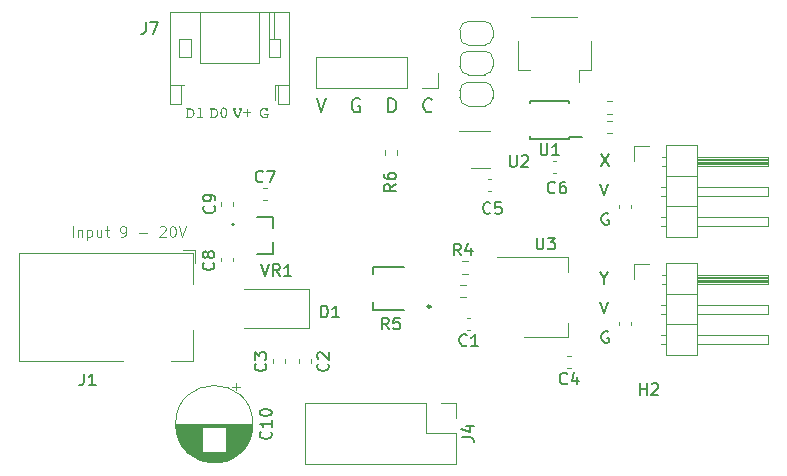
<source format=gbr>
%TF.GenerationSoftware,KiCad,Pcbnew,7.0.2-0*%
%TF.CreationDate,2023-11-21T12:49:43-05:00*%
%TF.ProjectId,WiringHarness,57697269-6e67-4486-9172-6e6573732e6b,rev?*%
%TF.SameCoordinates,Original*%
%TF.FileFunction,Legend,Top*%
%TF.FilePolarity,Positive*%
%FSLAX46Y46*%
G04 Gerber Fmt 4.6, Leading zero omitted, Abs format (unit mm)*
G04 Created by KiCad (PCBNEW 7.0.2-0) date 2023-11-21 12:49:43*
%MOMM*%
%LPD*%
G01*
G04 APERTURE LIST*
%ADD10C,0.150000*%
%ADD11C,0.090000*%
%ADD12C,0.120000*%
%ADD13C,0.127000*%
%ADD14C,0.240000*%
%ADD15C,0.200000*%
G04 APERTURE END LIST*
D10*
X148864285Y-82903142D02*
X149264285Y-84103142D01*
X149264285Y-84103142D02*
X149664285Y-82903142D01*
X152521428Y-82960285D02*
X152407143Y-82903142D01*
X152407143Y-82903142D02*
X152235714Y-82903142D01*
X152235714Y-82903142D02*
X152064285Y-82960285D01*
X152064285Y-82960285D02*
X151950000Y-83074571D01*
X151950000Y-83074571D02*
X151892857Y-83188857D01*
X151892857Y-83188857D02*
X151835714Y-83417428D01*
X151835714Y-83417428D02*
X151835714Y-83588857D01*
X151835714Y-83588857D02*
X151892857Y-83817428D01*
X151892857Y-83817428D02*
X151950000Y-83931714D01*
X151950000Y-83931714D02*
X152064285Y-84046000D01*
X152064285Y-84046000D02*
X152235714Y-84103142D01*
X152235714Y-84103142D02*
X152350000Y-84103142D01*
X152350000Y-84103142D02*
X152521428Y-84046000D01*
X152521428Y-84046000D02*
X152578571Y-83988857D01*
X152578571Y-83988857D02*
X152578571Y-83588857D01*
X152578571Y-83588857D02*
X152350000Y-83588857D01*
X154921429Y-84103142D02*
X154921429Y-82903142D01*
X154921429Y-82903142D02*
X155207143Y-82903142D01*
X155207143Y-82903142D02*
X155378572Y-82960285D01*
X155378572Y-82960285D02*
X155492857Y-83074571D01*
X155492857Y-83074571D02*
X155550000Y-83188857D01*
X155550000Y-83188857D02*
X155607143Y-83417428D01*
X155607143Y-83417428D02*
X155607143Y-83588857D01*
X155607143Y-83588857D02*
X155550000Y-83817428D01*
X155550000Y-83817428D02*
X155492857Y-83931714D01*
X155492857Y-83931714D02*
X155378572Y-84046000D01*
X155378572Y-84046000D02*
X155207143Y-84103142D01*
X155207143Y-84103142D02*
X154921429Y-84103142D01*
X158635715Y-83988857D02*
X158578572Y-84046000D01*
X158578572Y-84046000D02*
X158407144Y-84103142D01*
X158407144Y-84103142D02*
X158292858Y-84103142D01*
X158292858Y-84103142D02*
X158121429Y-84046000D01*
X158121429Y-84046000D02*
X158007144Y-83931714D01*
X158007144Y-83931714D02*
X157950001Y-83817428D01*
X157950001Y-83817428D02*
X157892858Y-83588857D01*
X157892858Y-83588857D02*
X157892858Y-83417428D01*
X157892858Y-83417428D02*
X157950001Y-83188857D01*
X157950001Y-83188857D02*
X158007144Y-83074571D01*
X158007144Y-83074571D02*
X158121429Y-82960285D01*
X158121429Y-82960285D02*
X158292858Y-82903142D01*
X158292858Y-82903142D02*
X158407144Y-82903142D01*
X158407144Y-82903142D02*
X158578572Y-82960285D01*
X158578572Y-82960285D02*
X158635715Y-83017428D01*
X173561904Y-102675238D02*
X173466666Y-102627619D01*
X173466666Y-102627619D02*
X173323809Y-102627619D01*
X173323809Y-102627619D02*
X173180952Y-102675238D01*
X173180952Y-102675238D02*
X173085714Y-102770476D01*
X173085714Y-102770476D02*
X173038095Y-102865714D01*
X173038095Y-102865714D02*
X172990476Y-103056190D01*
X172990476Y-103056190D02*
X172990476Y-103199047D01*
X172990476Y-103199047D02*
X173038095Y-103389523D01*
X173038095Y-103389523D02*
X173085714Y-103484761D01*
X173085714Y-103484761D02*
X173180952Y-103580000D01*
X173180952Y-103580000D02*
X173323809Y-103627619D01*
X173323809Y-103627619D02*
X173419047Y-103627619D01*
X173419047Y-103627619D02*
X173561904Y-103580000D01*
X173561904Y-103580000D02*
X173609523Y-103532380D01*
X173609523Y-103532380D02*
X173609523Y-103199047D01*
X173609523Y-103199047D02*
X173419047Y-103199047D01*
X172942857Y-87627619D02*
X173609523Y-88627619D01*
X173609523Y-87627619D02*
X172942857Y-88627619D01*
G36*
X138169983Y-83767266D02*
G01*
X138180480Y-83767588D01*
X138190841Y-83768123D01*
X138201066Y-83768873D01*
X138211156Y-83769837D01*
X138221109Y-83771015D01*
X138230926Y-83772407D01*
X138240607Y-83774013D01*
X138259562Y-83777869D01*
X138277972Y-83782581D01*
X138295839Y-83788150D01*
X138313162Y-83794576D01*
X138329942Y-83801858D01*
X138346177Y-83809997D01*
X138361869Y-83818993D01*
X138377017Y-83828846D01*
X138391621Y-83839555D01*
X138405681Y-83851122D01*
X138419197Y-83863545D01*
X138432170Y-83876824D01*
X138444474Y-83890832D01*
X138455983Y-83905439D01*
X138466700Y-83920645D01*
X138476622Y-83936450D01*
X138485751Y-83952854D01*
X138494085Y-83969858D01*
X138501626Y-83987461D01*
X138508374Y-84005662D01*
X138511449Y-84014988D01*
X138514327Y-84024463D01*
X138517006Y-84034089D01*
X138519487Y-84043864D01*
X138521769Y-84053788D01*
X138523852Y-84063863D01*
X138525738Y-84074087D01*
X138527424Y-84084461D01*
X138528913Y-84094985D01*
X138530203Y-84105659D01*
X138531294Y-84116482D01*
X138532187Y-84127456D01*
X138532882Y-84138579D01*
X138533378Y-84149852D01*
X138533676Y-84161274D01*
X138533775Y-84172847D01*
X138533660Y-84184153D01*
X138533317Y-84195359D01*
X138532744Y-84206463D01*
X138531943Y-84217467D01*
X138530913Y-84228369D01*
X138529653Y-84239170D01*
X138528165Y-84249870D01*
X138526448Y-84260469D01*
X138524501Y-84270966D01*
X138522326Y-84281363D01*
X138519922Y-84291658D01*
X138517288Y-84301853D01*
X138514426Y-84311946D01*
X138511335Y-84321938D01*
X138508015Y-84331829D01*
X138504466Y-84341618D01*
X138500729Y-84351282D01*
X138496783Y-84360795D01*
X138492630Y-84370158D01*
X138488269Y-84379369D01*
X138483700Y-84388430D01*
X138478923Y-84397340D01*
X138473938Y-84406100D01*
X138468745Y-84414708D01*
X138463344Y-84423166D01*
X138457735Y-84431473D01*
X138451918Y-84439630D01*
X138445893Y-84447635D01*
X138439660Y-84455490D01*
X138433219Y-84463194D01*
X138426570Y-84470748D01*
X138419713Y-84478150D01*
X138409855Y-84487880D01*
X138399606Y-84497104D01*
X138388967Y-84505821D01*
X138377936Y-84514031D01*
X138366515Y-84521735D01*
X138354704Y-84528932D01*
X138342501Y-84535622D01*
X138329908Y-84541806D01*
X138316925Y-84547483D01*
X138303550Y-84552654D01*
X138294417Y-84555819D01*
X138285031Y-84558748D01*
X138275312Y-84561487D01*
X138265262Y-84564037D01*
X138254880Y-84566398D01*
X138244166Y-84568571D01*
X138233119Y-84570554D01*
X138221741Y-84572349D01*
X138210031Y-84573954D01*
X138197989Y-84575371D01*
X138185614Y-84576599D01*
X138172908Y-84577638D01*
X138159870Y-84578488D01*
X138146499Y-84579149D01*
X138132797Y-84579622D01*
X138118762Y-84579905D01*
X138104396Y-84580000D01*
X138093987Y-84580000D01*
X138082981Y-84580000D01*
X138073163Y-84580000D01*
X138062006Y-84580000D01*
X138057990Y-84580000D01*
X138048196Y-84580000D01*
X138037388Y-84580000D01*
X138027611Y-84580000D01*
X138017506Y-84580000D01*
X138007676Y-84580000D01*
X137899232Y-84580000D01*
X137868213Y-84580000D01*
X137857708Y-84579427D01*
X137847190Y-84577370D01*
X137837255Y-84573268D01*
X137830111Y-84568032D01*
X137823972Y-84560353D01*
X137819842Y-84550781D01*
X137817857Y-84540683D01*
X137817411Y-84532128D01*
X137818112Y-84521561D01*
X137820631Y-84511345D01*
X137825654Y-84502223D01*
X137832065Y-84496224D01*
X137841148Y-84491843D01*
X137851775Y-84489036D01*
X137862875Y-84487394D01*
X137873528Y-84486562D01*
X137885458Y-84486220D01*
X137887997Y-84486210D01*
X137900453Y-84486210D01*
X137900453Y-83860949D01*
X138007676Y-83860949D01*
X138007676Y-84486210D01*
X138018636Y-84487233D01*
X138029535Y-84488103D01*
X138040374Y-84488821D01*
X138051151Y-84489385D01*
X138061943Y-84489813D01*
X138072583Y-84490118D01*
X138083070Y-84490301D01*
X138093405Y-84490362D01*
X138103880Y-84490288D01*
X138114179Y-84490066D01*
X138124301Y-84489695D01*
X138134247Y-84489176D01*
X138144016Y-84488508D01*
X138163025Y-84486728D01*
X138181328Y-84484354D01*
X138198925Y-84481387D01*
X138215816Y-84477826D01*
X138232001Y-84473672D01*
X138247480Y-84468925D01*
X138262253Y-84463584D01*
X138276319Y-84457649D01*
X138289680Y-84451122D01*
X138302335Y-84444000D01*
X138314284Y-84436286D01*
X138325527Y-84427978D01*
X138336064Y-84419076D01*
X138341067Y-84414403D01*
X138350591Y-84404566D01*
X138359500Y-84394047D01*
X138367795Y-84382844D01*
X138375475Y-84370958D01*
X138382541Y-84358389D01*
X138388992Y-84345137D01*
X138394829Y-84331202D01*
X138400052Y-84316584D01*
X138404660Y-84301282D01*
X138408654Y-84285298D01*
X138412033Y-84268630D01*
X138414798Y-84251279D01*
X138416948Y-84233245D01*
X138418485Y-84214528D01*
X138419406Y-84195128D01*
X138419637Y-84185172D01*
X138419713Y-84175045D01*
X138419636Y-84164859D01*
X138419404Y-84154848D01*
X138419018Y-84145012D01*
X138417781Y-84125866D01*
X138415927Y-84107420D01*
X138413454Y-84089674D01*
X138410363Y-84072629D01*
X138406653Y-84056283D01*
X138402325Y-84040639D01*
X138397379Y-84025694D01*
X138391815Y-84011450D01*
X138385633Y-83997906D01*
X138378832Y-83985062D01*
X138371413Y-83972918D01*
X138363376Y-83961475D01*
X138354721Y-83950732D01*
X138345447Y-83940690D01*
X138340579Y-83935931D01*
X138330347Y-83926851D01*
X138319375Y-83918357D01*
X138307663Y-83910449D01*
X138295211Y-83903126D01*
X138282018Y-83896390D01*
X138268084Y-83890239D01*
X138253411Y-83884674D01*
X138237997Y-83879694D01*
X138221842Y-83875301D01*
X138204948Y-83871493D01*
X138187313Y-83868271D01*
X138168937Y-83865635D01*
X138149821Y-83863585D01*
X138139986Y-83862779D01*
X138129965Y-83862120D01*
X138119759Y-83861608D01*
X138109369Y-83861241D01*
X138098793Y-83861022D01*
X138088032Y-83860949D01*
X138076483Y-83860949D01*
X138066015Y-83860949D01*
X138055171Y-83860949D01*
X138044581Y-83860949D01*
X138038939Y-83860949D01*
X138028644Y-83860949D01*
X138018827Y-83860949D01*
X138008579Y-83860949D01*
X138007676Y-83860949D01*
X137900453Y-83860949D01*
X137889462Y-83860949D01*
X137879547Y-83860788D01*
X137868292Y-83860137D01*
X137858300Y-83858985D01*
X137847979Y-83856941D01*
X137838238Y-83853646D01*
X137832798Y-83850690D01*
X137825360Y-83843546D01*
X137820356Y-83833929D01*
X137817951Y-83823305D01*
X137817411Y-83814054D01*
X137818018Y-83804095D01*
X137820201Y-83794229D01*
X137824555Y-83785065D01*
X137830111Y-83778639D01*
X137838376Y-83773090D01*
X137847604Y-83769682D01*
X137858602Y-83767709D01*
X137869678Y-83767159D01*
X137899232Y-83767159D01*
X138007676Y-83767159D01*
X138159351Y-83767159D01*
X138169983Y-83767266D01*
G37*
G36*
X138847871Y-83847759D02*
G01*
X138838009Y-83849367D01*
X138834438Y-83849958D01*
X138826622Y-83850446D01*
X138816486Y-83849698D01*
X138806251Y-83847068D01*
X138797252Y-83842545D01*
X138791939Y-83838478D01*
X138785446Y-83831128D01*
X138780723Y-83821511D01*
X138778716Y-83811550D01*
X138778506Y-83806727D01*
X138779651Y-83796904D01*
X138783555Y-83787037D01*
X138789509Y-83778918D01*
X138790230Y-83778150D01*
X138797636Y-83771627D01*
X138806665Y-83766069D01*
X138816053Y-83761940D01*
X138823935Y-83759344D01*
X139027878Y-83704633D01*
X139035327Y-83697794D01*
X139042533Y-83692909D01*
X139051787Y-83689551D01*
X139057431Y-83689002D01*
X139067062Y-83691017D01*
X139074920Y-83697064D01*
X139077948Y-83701214D01*
X139082259Y-83710620D01*
X139084625Y-83720924D01*
X139085490Y-83731625D01*
X139085519Y-83734187D01*
X139085519Y-84486210D01*
X139195429Y-84486210D01*
X139206485Y-84486296D01*
X139216755Y-84486554D01*
X139229227Y-84487164D01*
X139240302Y-84488080D01*
X139252181Y-84489654D01*
X139261878Y-84491706D01*
X139271787Y-84495379D01*
X139272854Y-84495980D01*
X139280882Y-84502690D01*
X139286283Y-84512106D01*
X139288878Y-84522746D01*
X139289462Y-84532128D01*
X139288808Y-84542027D01*
X139286457Y-84551938D01*
X139281769Y-84561300D01*
X139275785Y-84568032D01*
X139266990Y-84573817D01*
X139257323Y-84577370D01*
X139247437Y-84579252D01*
X139236219Y-84579988D01*
X139234508Y-84580000D01*
X138823691Y-84580000D01*
X138813905Y-84579579D01*
X138803682Y-84578024D01*
X138793573Y-84574845D01*
X138784207Y-84569481D01*
X138782414Y-84568032D01*
X138775802Y-84560353D01*
X138771354Y-84550781D01*
X138769217Y-84540683D01*
X138768736Y-84532128D01*
X138769519Y-84521299D01*
X138772332Y-84510926D01*
X138777941Y-84501811D01*
X138785101Y-84495980D01*
X138794494Y-84492173D01*
X138805931Y-84489654D01*
X138817850Y-84488080D01*
X138828948Y-84487164D01*
X138841435Y-84486554D01*
X138851712Y-84486296D01*
X138862770Y-84486210D01*
X138976831Y-84486210D01*
X138976831Y-83816985D01*
X138847871Y-83847759D01*
G37*
X172895238Y-100127619D02*
X173228571Y-101127619D01*
X173228571Y-101127619D02*
X173561904Y-100127619D01*
D11*
X128214285Y-94639857D02*
X128214285Y-93739857D01*
X128642856Y-94039857D02*
X128642856Y-94639857D01*
X128642856Y-94125571D02*
X128685713Y-94082714D01*
X128685713Y-94082714D02*
X128771428Y-94039857D01*
X128771428Y-94039857D02*
X128899999Y-94039857D01*
X128899999Y-94039857D02*
X128985713Y-94082714D01*
X128985713Y-94082714D02*
X129028571Y-94168428D01*
X129028571Y-94168428D02*
X129028571Y-94639857D01*
X129457142Y-94039857D02*
X129457142Y-94939857D01*
X129457142Y-94082714D02*
X129542857Y-94039857D01*
X129542857Y-94039857D02*
X129714285Y-94039857D01*
X129714285Y-94039857D02*
X129799999Y-94082714D01*
X129799999Y-94082714D02*
X129842857Y-94125571D01*
X129842857Y-94125571D02*
X129885714Y-94211285D01*
X129885714Y-94211285D02*
X129885714Y-94468428D01*
X129885714Y-94468428D02*
X129842857Y-94554142D01*
X129842857Y-94554142D02*
X129799999Y-94597000D01*
X129799999Y-94597000D02*
X129714285Y-94639857D01*
X129714285Y-94639857D02*
X129542857Y-94639857D01*
X129542857Y-94639857D02*
X129457142Y-94597000D01*
X130657143Y-94039857D02*
X130657143Y-94639857D01*
X130271428Y-94039857D02*
X130271428Y-94511285D01*
X130271428Y-94511285D02*
X130314285Y-94597000D01*
X130314285Y-94597000D02*
X130400000Y-94639857D01*
X130400000Y-94639857D02*
X130528571Y-94639857D01*
X130528571Y-94639857D02*
X130614285Y-94597000D01*
X130614285Y-94597000D02*
X130657143Y-94554142D01*
X130957143Y-94039857D02*
X131300000Y-94039857D01*
X131085714Y-93739857D02*
X131085714Y-94511285D01*
X131085714Y-94511285D02*
X131128571Y-94597000D01*
X131128571Y-94597000D02*
X131214286Y-94639857D01*
X131214286Y-94639857D02*
X131300000Y-94639857D01*
X132328571Y-94639857D02*
X132500000Y-94639857D01*
X132500000Y-94639857D02*
X132585714Y-94597000D01*
X132585714Y-94597000D02*
X132628571Y-94554142D01*
X132628571Y-94554142D02*
X132714286Y-94425571D01*
X132714286Y-94425571D02*
X132757143Y-94254142D01*
X132757143Y-94254142D02*
X132757143Y-93911285D01*
X132757143Y-93911285D02*
X132714286Y-93825571D01*
X132714286Y-93825571D02*
X132671429Y-93782714D01*
X132671429Y-93782714D02*
X132585714Y-93739857D01*
X132585714Y-93739857D02*
X132414286Y-93739857D01*
X132414286Y-93739857D02*
X132328571Y-93782714D01*
X132328571Y-93782714D02*
X132285714Y-93825571D01*
X132285714Y-93825571D02*
X132242857Y-93911285D01*
X132242857Y-93911285D02*
X132242857Y-94125571D01*
X132242857Y-94125571D02*
X132285714Y-94211285D01*
X132285714Y-94211285D02*
X132328571Y-94254142D01*
X132328571Y-94254142D02*
X132414286Y-94297000D01*
X132414286Y-94297000D02*
X132585714Y-94297000D01*
X132585714Y-94297000D02*
X132671429Y-94254142D01*
X132671429Y-94254142D02*
X132714286Y-94211285D01*
X132714286Y-94211285D02*
X132757143Y-94125571D01*
X133828571Y-94297000D02*
X134514286Y-94297000D01*
X135585714Y-93825571D02*
X135628571Y-93782714D01*
X135628571Y-93782714D02*
X135714286Y-93739857D01*
X135714286Y-93739857D02*
X135928571Y-93739857D01*
X135928571Y-93739857D02*
X136014286Y-93782714D01*
X136014286Y-93782714D02*
X136057143Y-93825571D01*
X136057143Y-93825571D02*
X136100000Y-93911285D01*
X136100000Y-93911285D02*
X136100000Y-93997000D01*
X136100000Y-93997000D02*
X136057143Y-94125571D01*
X136057143Y-94125571D02*
X135542857Y-94639857D01*
X135542857Y-94639857D02*
X136100000Y-94639857D01*
X136657143Y-93739857D02*
X136742857Y-93739857D01*
X136742857Y-93739857D02*
X136828571Y-93782714D01*
X136828571Y-93782714D02*
X136871429Y-93825571D01*
X136871429Y-93825571D02*
X136914286Y-93911285D01*
X136914286Y-93911285D02*
X136957143Y-94082714D01*
X136957143Y-94082714D02*
X136957143Y-94297000D01*
X136957143Y-94297000D02*
X136914286Y-94468428D01*
X136914286Y-94468428D02*
X136871429Y-94554142D01*
X136871429Y-94554142D02*
X136828571Y-94597000D01*
X136828571Y-94597000D02*
X136742857Y-94639857D01*
X136742857Y-94639857D02*
X136657143Y-94639857D01*
X136657143Y-94639857D02*
X136571429Y-94597000D01*
X136571429Y-94597000D02*
X136528571Y-94554142D01*
X136528571Y-94554142D02*
X136485714Y-94468428D01*
X136485714Y-94468428D02*
X136442857Y-94297000D01*
X136442857Y-94297000D02*
X136442857Y-94082714D01*
X136442857Y-94082714D02*
X136485714Y-93911285D01*
X136485714Y-93911285D02*
X136528571Y-93825571D01*
X136528571Y-93825571D02*
X136571429Y-93782714D01*
X136571429Y-93782714D02*
X136657143Y-93739857D01*
X137214286Y-93739857D02*
X137514286Y-94639857D01*
X137514286Y-94639857D02*
X137814286Y-93739857D01*
D10*
X173561904Y-92675238D02*
X173466666Y-92627619D01*
X173466666Y-92627619D02*
X173323809Y-92627619D01*
X173323809Y-92627619D02*
X173180952Y-92675238D01*
X173180952Y-92675238D02*
X173085714Y-92770476D01*
X173085714Y-92770476D02*
X173038095Y-92865714D01*
X173038095Y-92865714D02*
X172990476Y-93056190D01*
X172990476Y-93056190D02*
X172990476Y-93199047D01*
X172990476Y-93199047D02*
X173038095Y-93389523D01*
X173038095Y-93389523D02*
X173085714Y-93484761D01*
X173085714Y-93484761D02*
X173180952Y-93580000D01*
X173180952Y-93580000D02*
X173323809Y-93627619D01*
X173323809Y-93627619D02*
X173419047Y-93627619D01*
X173419047Y-93627619D02*
X173561904Y-93580000D01*
X173561904Y-93580000D02*
X173609523Y-93532380D01*
X173609523Y-93532380D02*
X173609523Y-93199047D01*
X173609523Y-93199047D02*
X173419047Y-93199047D01*
X173228571Y-98151428D02*
X173228571Y-98627619D01*
X172895238Y-97627619D02*
X173228571Y-98151428D01*
X173228571Y-98151428D02*
X173561904Y-97627619D01*
G36*
X141831577Y-83860949D02*
G01*
X141822784Y-83860949D01*
X141812511Y-83860686D01*
X141801474Y-83859679D01*
X141791846Y-83857916D01*
X141782392Y-83854904D01*
X141773935Y-83850202D01*
X141766969Y-83842998D01*
X141762283Y-83833475D01*
X141760032Y-83823064D01*
X141759525Y-83814054D01*
X141760288Y-83803368D01*
X141762972Y-83792953D01*
X141767587Y-83784237D01*
X141771737Y-83779371D01*
X141779613Y-83773468D01*
X141789228Y-83769497D01*
X141799234Y-83767589D01*
X141807641Y-83767159D01*
X142015980Y-83767159D01*
X142028000Y-83767416D01*
X142038720Y-83768185D01*
X142049869Y-83769785D01*
X142060509Y-83772585D01*
X142069550Y-83777016D01*
X142070446Y-83777662D01*
X142077294Y-83784688D01*
X142081901Y-83794225D01*
X142084114Y-83804812D01*
X142084612Y-83814054D01*
X142083888Y-83824025D01*
X142081285Y-83833932D01*
X142076094Y-83843180D01*
X142069469Y-83849713D01*
X142060783Y-83854629D01*
X142051355Y-83857778D01*
X142040220Y-83859851D01*
X142029318Y-83860773D01*
X142021353Y-83860949D01*
X141945882Y-83860949D01*
X142179378Y-84469846D01*
X142406769Y-83860949D01*
X142315422Y-83860949D01*
X142303916Y-83860554D01*
X142293577Y-83859369D01*
X142282992Y-83856988D01*
X142272840Y-83852950D01*
X142267550Y-83849713D01*
X142260112Y-83842252D01*
X142255108Y-83832780D01*
X142252704Y-83822675D01*
X142252163Y-83814054D01*
X142252852Y-83803380D01*
X142255329Y-83793042D01*
X142260269Y-83783783D01*
X142266573Y-83777662D01*
X142275366Y-83773067D01*
X142285664Y-83770123D01*
X142296426Y-83768400D01*
X142306759Y-83767529D01*
X142318332Y-83767170D01*
X142320795Y-83767159D01*
X142536461Y-83767159D01*
X142547468Y-83767923D01*
X142557039Y-83770212D01*
X142566091Y-83774613D01*
X142571877Y-83779371D01*
X142578188Y-83787901D01*
X142581869Y-83797372D01*
X142583552Y-83807218D01*
X142583845Y-83814054D01*
X142583155Y-83824466D01*
X142580678Y-83834648D01*
X142575739Y-83843913D01*
X142569434Y-83850202D01*
X142559648Y-83855397D01*
X142549712Y-83858262D01*
X142539577Y-83859899D01*
X142527947Y-83860781D01*
X142519364Y-83860949D01*
X142511060Y-83860949D01*
X142263642Y-84517473D01*
X142259735Y-84526928D01*
X142254766Y-84538459D01*
X142250072Y-84548761D01*
X142245653Y-84557834D01*
X142240515Y-84567448D01*
X142234917Y-84576449D01*
X142229937Y-84582686D01*
X142221612Y-84589513D01*
X142211905Y-84593811D01*
X142201985Y-84595517D01*
X142198429Y-84595631D01*
X142159351Y-84595631D01*
X142148264Y-84594475D01*
X142137720Y-84591006D01*
X142127717Y-84585224D01*
X142118257Y-84577130D01*
X142111517Y-84569541D01*
X142105082Y-84560652D01*
X142098952Y-84550462D01*
X142093126Y-84538971D01*
X142087606Y-84526179D01*
X142085833Y-84521625D01*
X142084368Y-84517473D01*
X141831577Y-83860949D01*
G37*
G36*
X143062805Y-84095422D02*
G01*
X143312177Y-84095422D01*
X143322049Y-84096088D01*
X143332388Y-84098481D01*
X143341718Y-84102614D01*
X143350042Y-84108487D01*
X143351011Y-84109344D01*
X143357743Y-84116701D01*
X143363018Y-84125928D01*
X143365858Y-84136159D01*
X143366399Y-84143538D01*
X143365201Y-84154342D01*
X143361607Y-84163948D01*
X143355618Y-84172357D01*
X143351256Y-84176510D01*
X143343135Y-84182067D01*
X143333914Y-84186036D01*
X143323595Y-84188417D01*
X143313664Y-84189199D01*
X143312177Y-84189211D01*
X143062805Y-84189211D01*
X143062805Y-84459832D01*
X143062150Y-84470680D01*
X143060187Y-84480569D01*
X143056340Y-84490697D01*
X143050783Y-84499574D01*
X143049127Y-84501598D01*
X143041678Y-84508543D01*
X143033007Y-84513504D01*
X143023115Y-84516481D01*
X143012002Y-84517473D01*
X143002049Y-84516390D01*
X142992707Y-84513138D01*
X142983975Y-84507719D01*
X142975854Y-84500132D01*
X142969859Y-84492276D01*
X142964810Y-84482640D01*
X142961684Y-84472302D01*
X142960482Y-84461261D01*
X142960467Y-84459832D01*
X142960467Y-84189211D01*
X142712561Y-84189211D01*
X142702403Y-84188603D01*
X142691824Y-84186420D01*
X142682344Y-84182650D01*
X142673964Y-84177292D01*
X142672993Y-84176510D01*
X142665555Y-84168767D01*
X142660551Y-84159826D01*
X142657982Y-84149688D01*
X142657606Y-84143538D01*
X142658900Y-84133188D01*
X142662784Y-84123574D01*
X142669256Y-84114693D01*
X142673970Y-84110076D01*
X142682610Y-84103665D01*
X142691922Y-84099085D01*
X142701905Y-84096338D01*
X142712561Y-84095422D01*
X142960467Y-84095422D01*
X142960467Y-83837990D01*
X142961157Y-83827558D01*
X142963633Y-83816781D01*
X142967911Y-83807225D01*
X142973991Y-83798890D01*
X142974877Y-83797934D01*
X142982602Y-83791309D01*
X142991364Y-83786577D01*
X143001164Y-83783737D01*
X143012002Y-83782791D01*
X143021793Y-83783515D01*
X143031837Y-83786118D01*
X143040661Y-83790614D01*
X143048263Y-83797002D01*
X143049127Y-83797934D01*
X143055111Y-83806116D01*
X143059385Y-83815519D01*
X143061950Y-83826144D01*
X143062791Y-83836442D01*
X143062805Y-83837990D01*
X143062805Y-84095422D01*
G37*
G36*
X144640160Y-84459344D02*
G01*
X144640160Y-84298632D01*
X144469923Y-84298632D01*
X144459213Y-84297724D01*
X144449262Y-84294585D01*
X144440685Y-84288542D01*
X144439392Y-84287152D01*
X144434112Y-84278785D01*
X144431031Y-84269215D01*
X144429623Y-84259087D01*
X144429378Y-84251981D01*
X144429799Y-84240938D01*
X144431310Y-84230321D01*
X144434324Y-84220932D01*
X144438171Y-84214856D01*
X144446318Y-84209155D01*
X144455860Y-84206251D01*
X144466515Y-84204999D01*
X144472609Y-84204842D01*
X144769364Y-84204842D01*
X144779602Y-84206011D01*
X144788769Y-84209997D01*
X144795743Y-84216810D01*
X144800610Y-84226256D01*
X144803089Y-84236045D01*
X144804158Y-84246303D01*
X144804291Y-84251981D01*
X144803742Y-84262834D01*
X144801769Y-84273291D01*
X144797834Y-84282573D01*
X144792812Y-84288618D01*
X144784072Y-84293899D01*
X144774608Y-84296715D01*
X144764523Y-84298153D01*
X144754540Y-84298622D01*
X144752756Y-84298632D01*
X144743963Y-84298632D01*
X144743963Y-84485233D01*
X144743963Y-84501353D01*
X144743558Y-84511576D01*
X144741818Y-84521657D01*
X144739811Y-84526510D01*
X144733125Y-84533967D01*
X144724942Y-84539576D01*
X144723447Y-84540432D01*
X144713059Y-84546065D01*
X144701557Y-84551484D01*
X144692199Y-84555408D01*
X144682214Y-84559212D01*
X144671602Y-84562896D01*
X144660363Y-84566459D01*
X144648498Y-84569903D01*
X144636006Y-84573226D01*
X144622887Y-84576428D01*
X144609141Y-84579511D01*
X144595108Y-84582392D01*
X144581037Y-84584989D01*
X144566927Y-84587303D01*
X144552778Y-84589334D01*
X144538591Y-84591082D01*
X144524365Y-84592546D01*
X144510100Y-84593726D01*
X144495797Y-84594624D01*
X144481455Y-84595237D01*
X144467075Y-84595568D01*
X144457466Y-84595631D01*
X144446026Y-84595516D01*
X144434723Y-84595172D01*
X144423559Y-84594598D01*
X144412533Y-84593795D01*
X144401646Y-84592763D01*
X144390897Y-84591501D01*
X144380286Y-84590009D01*
X144369814Y-84588288D01*
X144359480Y-84586338D01*
X144349284Y-84584158D01*
X144339227Y-84581749D01*
X144329308Y-84579110D01*
X144319527Y-84576242D01*
X144309885Y-84573144D01*
X144300381Y-84569817D01*
X144291015Y-84566261D01*
X144281788Y-84562475D01*
X144272699Y-84558459D01*
X144263748Y-84554214D01*
X144254936Y-84549740D01*
X144246262Y-84545036D01*
X144237726Y-84540103D01*
X144229329Y-84534940D01*
X144221070Y-84529548D01*
X144212949Y-84523926D01*
X144204967Y-84518075D01*
X144197123Y-84511995D01*
X144189417Y-84505685D01*
X144181850Y-84499145D01*
X144174421Y-84492376D01*
X144167131Y-84485378D01*
X144159979Y-84478150D01*
X144153006Y-84470723D01*
X144146255Y-84463156D01*
X144139725Y-84455450D01*
X144133417Y-84447605D01*
X144127330Y-84439620D01*
X144121465Y-84431496D01*
X144115820Y-84423233D01*
X144110397Y-84414830D01*
X144105196Y-84406288D01*
X144100215Y-84397607D01*
X144095456Y-84388787D01*
X144090919Y-84379827D01*
X144086603Y-84370728D01*
X144082508Y-84361490D01*
X144078634Y-84352112D01*
X144074982Y-84342595D01*
X144071551Y-84332939D01*
X144068342Y-84323144D01*
X144065354Y-84313209D01*
X144062587Y-84303135D01*
X144060041Y-84292922D01*
X144057717Y-84282569D01*
X144055614Y-84272077D01*
X144053733Y-84261446D01*
X144052073Y-84250675D01*
X144050634Y-84239765D01*
X144049417Y-84228716D01*
X144048421Y-84217528D01*
X144047646Y-84206200D01*
X144047093Y-84194733D01*
X144046761Y-84183127D01*
X144046650Y-84171381D01*
X144046758Y-84159615D01*
X144047083Y-84147979D01*
X144047624Y-84136471D01*
X144048382Y-84125093D01*
X144049357Y-84113845D01*
X144050548Y-84102725D01*
X144051956Y-84091735D01*
X144053580Y-84080874D01*
X144055421Y-84070142D01*
X144057479Y-84059540D01*
X144059753Y-84049067D01*
X144062243Y-84038723D01*
X144064950Y-84028508D01*
X144067874Y-84018423D01*
X144071015Y-84008467D01*
X144074371Y-83998640D01*
X144077945Y-83988943D01*
X144081735Y-83979375D01*
X144085742Y-83969936D01*
X144089965Y-83960626D01*
X144094405Y-83951446D01*
X144099061Y-83942395D01*
X144103934Y-83933473D01*
X144109023Y-83924681D01*
X144114329Y-83916017D01*
X144119852Y-83907483D01*
X144125591Y-83899079D01*
X144131547Y-83890803D01*
X144137720Y-83882657D01*
X144144109Y-83874640D01*
X144150714Y-83866753D01*
X144157536Y-83858995D01*
X144164526Y-83851421D01*
X144171635Y-83844088D01*
X144178864Y-83836996D01*
X144186212Y-83830143D01*
X144193679Y-83823532D01*
X144201265Y-83817160D01*
X144208971Y-83811030D01*
X144216796Y-83805139D01*
X144232803Y-83794079D01*
X144249287Y-83783982D01*
X144266249Y-83774845D01*
X144283688Y-83766671D01*
X144301603Y-83759458D01*
X144319996Y-83753207D01*
X144329371Y-83750442D01*
X144338865Y-83747918D01*
X144348479Y-83745633D01*
X144358212Y-83743590D01*
X144368064Y-83741787D01*
X144378036Y-83740224D01*
X144388127Y-83738902D01*
X144398337Y-83737820D01*
X144408666Y-83736978D01*
X144419115Y-83736377D01*
X144429682Y-83736016D01*
X144440369Y-83735896D01*
X144452036Y-83736118D01*
X144463710Y-83736782D01*
X144475391Y-83737888D01*
X144487081Y-83739438D01*
X144498778Y-83741430D01*
X144510482Y-83743865D01*
X144522195Y-83746742D01*
X144533914Y-83750062D01*
X144545756Y-83753657D01*
X144557713Y-83757481D01*
X144569784Y-83761534D01*
X144581969Y-83765816D01*
X144591183Y-83769178D01*
X144600462Y-83772668D01*
X144609805Y-83776287D01*
X144619212Y-83780035D01*
X144628684Y-83783912D01*
X144631856Y-83785233D01*
X144636108Y-83775996D01*
X144641785Y-83767591D01*
X144649186Y-83760604D01*
X144650662Y-83759588D01*
X144659895Y-83754999D01*
X144669741Y-83752480D01*
X144679786Y-83751559D01*
X144682170Y-83751528D01*
X144693496Y-83752215D01*
X144703293Y-83754275D01*
X144712791Y-83758416D01*
X144721100Y-83765438D01*
X144724912Y-83771067D01*
X144728564Y-83780181D01*
X144731031Y-83790504D01*
X144732626Y-83800548D01*
X144733885Y-83812180D01*
X144734609Y-83821946D01*
X144735145Y-83832605D01*
X144735491Y-83844157D01*
X144735648Y-83856602D01*
X144735659Y-83860949D01*
X144735659Y-83955959D01*
X144735373Y-83966144D01*
X144734274Y-83977043D01*
X144731950Y-83987936D01*
X144727920Y-83997980D01*
X144723935Y-84003831D01*
X144715988Y-84010324D01*
X144706654Y-84014312D01*
X144696733Y-84016424D01*
X144686927Y-84017212D01*
X144683391Y-84017264D01*
X144672730Y-84016125D01*
X144663036Y-84012708D01*
X144654307Y-84007014D01*
X144646545Y-83999041D01*
X144639748Y-83988791D01*
X144635006Y-83978951D01*
X144631856Y-83970614D01*
X144628101Y-83961248D01*
X144624179Y-83952054D01*
X144623063Y-83949609D01*
X144618107Y-83939076D01*
X144612765Y-83929004D01*
X144607036Y-83919390D01*
X144600921Y-83910236D01*
X144594419Y-83901541D01*
X144587531Y-83893306D01*
X144580257Y-83885530D01*
X144572596Y-83878213D01*
X144564549Y-83871356D01*
X144556116Y-83864959D01*
X144550279Y-83860949D01*
X144541272Y-83855362D01*
X144532021Y-83850324D01*
X144522524Y-83845836D01*
X144512784Y-83841898D01*
X144502798Y-83838509D01*
X144492568Y-83835669D01*
X144482093Y-83833380D01*
X144471373Y-83831639D01*
X144460408Y-83830449D01*
X144449199Y-83829808D01*
X144441591Y-83829685D01*
X144426427Y-83830035D01*
X144411648Y-83831082D01*
X144397255Y-83832828D01*
X144383247Y-83835273D01*
X144369625Y-83838415D01*
X144356388Y-83842256D01*
X144343537Y-83846796D01*
X144331071Y-83852034D01*
X144318990Y-83857970D01*
X144307295Y-83864605D01*
X144295986Y-83871938D01*
X144285061Y-83879969D01*
X144274523Y-83888699D01*
X144264369Y-83898127D01*
X144254602Y-83908253D01*
X144245219Y-83919078D01*
X144236317Y-83930496D01*
X144227989Y-83942400D01*
X144220235Y-83954790D01*
X144213056Y-83967667D01*
X144206451Y-83981031D01*
X144200420Y-83994881D01*
X144194963Y-84009218D01*
X144190081Y-84024042D01*
X144185774Y-84039352D01*
X144182041Y-84055148D01*
X144178882Y-84071432D01*
X144176297Y-84088201D01*
X144174287Y-84105458D01*
X144172851Y-84123200D01*
X144171989Y-84141430D01*
X144171702Y-84160146D01*
X144172019Y-84179496D01*
X144172969Y-84198343D01*
X144174553Y-84216689D01*
X144176770Y-84234533D01*
X144179621Y-84251875D01*
X144183105Y-84268716D01*
X144187223Y-84285054D01*
X144191974Y-84300891D01*
X144197359Y-84316226D01*
X144203377Y-84331059D01*
X144210029Y-84345390D01*
X144217315Y-84359219D01*
X144225233Y-84372547D01*
X144233786Y-84385372D01*
X144242972Y-84397696D01*
X144252791Y-84409518D01*
X144263136Y-84420698D01*
X144273899Y-84431156D01*
X144285080Y-84440894D01*
X144296678Y-84449910D01*
X144308695Y-84458204D01*
X144321129Y-84465778D01*
X144333982Y-84472630D01*
X144347252Y-84478761D01*
X144360940Y-84484170D01*
X144375046Y-84488859D01*
X144389570Y-84492826D01*
X144404511Y-84496072D01*
X144419871Y-84498596D01*
X144435649Y-84500399D01*
X144451844Y-84501481D01*
X144468457Y-84501842D01*
X144478265Y-84501685D01*
X144488149Y-84501216D01*
X144498110Y-84500434D01*
X144508147Y-84499338D01*
X144518260Y-84497930D01*
X144528449Y-84496209D01*
X144538715Y-84494175D01*
X144549057Y-84491828D01*
X144559617Y-84489076D01*
X144570413Y-84485951D01*
X144581446Y-84482451D01*
X144592716Y-84478578D01*
X144604222Y-84474330D01*
X144615965Y-84469709D01*
X144627944Y-84464713D01*
X144637084Y-84460721D01*
X144640160Y-84459344D01*
G37*
X172895238Y-90127619D02*
X173228571Y-91127619D01*
X173228571Y-91127619D02*
X173561904Y-90127619D01*
G36*
X140169983Y-83767266D02*
G01*
X140180480Y-83767588D01*
X140190841Y-83768123D01*
X140201066Y-83768873D01*
X140211156Y-83769837D01*
X140221109Y-83771015D01*
X140230926Y-83772407D01*
X140240607Y-83774013D01*
X140259562Y-83777869D01*
X140277972Y-83782581D01*
X140295839Y-83788150D01*
X140313162Y-83794576D01*
X140329942Y-83801858D01*
X140346177Y-83809997D01*
X140361869Y-83818993D01*
X140377017Y-83828846D01*
X140391621Y-83839555D01*
X140405681Y-83851122D01*
X140419197Y-83863545D01*
X140432170Y-83876824D01*
X140444474Y-83890832D01*
X140455983Y-83905439D01*
X140466700Y-83920645D01*
X140476622Y-83936450D01*
X140485751Y-83952854D01*
X140494085Y-83969858D01*
X140501626Y-83987461D01*
X140508374Y-84005662D01*
X140511449Y-84014988D01*
X140514327Y-84024463D01*
X140517006Y-84034089D01*
X140519487Y-84043864D01*
X140521769Y-84053788D01*
X140523852Y-84063863D01*
X140525738Y-84074087D01*
X140527424Y-84084461D01*
X140528913Y-84094985D01*
X140530203Y-84105659D01*
X140531294Y-84116482D01*
X140532187Y-84127456D01*
X140532882Y-84138579D01*
X140533378Y-84149852D01*
X140533676Y-84161274D01*
X140533775Y-84172847D01*
X140533660Y-84184153D01*
X140533317Y-84195359D01*
X140532744Y-84206463D01*
X140531943Y-84217467D01*
X140530913Y-84228369D01*
X140529653Y-84239170D01*
X140528165Y-84249870D01*
X140526448Y-84260469D01*
X140524501Y-84270966D01*
X140522326Y-84281363D01*
X140519922Y-84291658D01*
X140517288Y-84301853D01*
X140514426Y-84311946D01*
X140511335Y-84321938D01*
X140508015Y-84331829D01*
X140504466Y-84341618D01*
X140500729Y-84351282D01*
X140496783Y-84360795D01*
X140492630Y-84370158D01*
X140488269Y-84379369D01*
X140483700Y-84388430D01*
X140478923Y-84397340D01*
X140473938Y-84406100D01*
X140468745Y-84414708D01*
X140463344Y-84423166D01*
X140457735Y-84431473D01*
X140451918Y-84439630D01*
X140445893Y-84447635D01*
X140439660Y-84455490D01*
X140433219Y-84463194D01*
X140426570Y-84470748D01*
X140419713Y-84478150D01*
X140409855Y-84487880D01*
X140399606Y-84497104D01*
X140388967Y-84505821D01*
X140377936Y-84514031D01*
X140366515Y-84521735D01*
X140354704Y-84528932D01*
X140342501Y-84535622D01*
X140329908Y-84541806D01*
X140316925Y-84547483D01*
X140303550Y-84552654D01*
X140294417Y-84555819D01*
X140285031Y-84558748D01*
X140275312Y-84561487D01*
X140265262Y-84564037D01*
X140254880Y-84566398D01*
X140244166Y-84568571D01*
X140233119Y-84570554D01*
X140221741Y-84572349D01*
X140210031Y-84573954D01*
X140197989Y-84575371D01*
X140185614Y-84576599D01*
X140172908Y-84577638D01*
X140159870Y-84578488D01*
X140146499Y-84579149D01*
X140132797Y-84579622D01*
X140118762Y-84579905D01*
X140104396Y-84580000D01*
X140093987Y-84580000D01*
X140082981Y-84580000D01*
X140073163Y-84580000D01*
X140062006Y-84580000D01*
X140057990Y-84580000D01*
X140048196Y-84580000D01*
X140037388Y-84580000D01*
X140027611Y-84580000D01*
X140017506Y-84580000D01*
X140007676Y-84580000D01*
X139899232Y-84580000D01*
X139868213Y-84580000D01*
X139857708Y-84579427D01*
X139847190Y-84577370D01*
X139837255Y-84573268D01*
X139830111Y-84568032D01*
X139823972Y-84560353D01*
X139819842Y-84550781D01*
X139817857Y-84540683D01*
X139817411Y-84532128D01*
X139818112Y-84521561D01*
X139820631Y-84511345D01*
X139825654Y-84502223D01*
X139832065Y-84496224D01*
X139841148Y-84491843D01*
X139851775Y-84489036D01*
X139862875Y-84487394D01*
X139873528Y-84486562D01*
X139885458Y-84486220D01*
X139887997Y-84486210D01*
X139900453Y-84486210D01*
X139900453Y-83860949D01*
X140007676Y-83860949D01*
X140007676Y-84486210D01*
X140018636Y-84487233D01*
X140029535Y-84488103D01*
X140040374Y-84488821D01*
X140051151Y-84489385D01*
X140061943Y-84489813D01*
X140072583Y-84490118D01*
X140083070Y-84490301D01*
X140093405Y-84490362D01*
X140103880Y-84490288D01*
X140114179Y-84490066D01*
X140124301Y-84489695D01*
X140134247Y-84489176D01*
X140144016Y-84488508D01*
X140163025Y-84486728D01*
X140181328Y-84484354D01*
X140198925Y-84481387D01*
X140215816Y-84477826D01*
X140232001Y-84473672D01*
X140247480Y-84468925D01*
X140262253Y-84463584D01*
X140276319Y-84457649D01*
X140289680Y-84451122D01*
X140302335Y-84444000D01*
X140314284Y-84436286D01*
X140325527Y-84427978D01*
X140336064Y-84419076D01*
X140341067Y-84414403D01*
X140350591Y-84404566D01*
X140359500Y-84394047D01*
X140367795Y-84382844D01*
X140375475Y-84370958D01*
X140382541Y-84358389D01*
X140388992Y-84345137D01*
X140394829Y-84331202D01*
X140400052Y-84316584D01*
X140404660Y-84301282D01*
X140408654Y-84285298D01*
X140412033Y-84268630D01*
X140414798Y-84251279D01*
X140416948Y-84233245D01*
X140418485Y-84214528D01*
X140419406Y-84195128D01*
X140419637Y-84185172D01*
X140419713Y-84175045D01*
X140419636Y-84164859D01*
X140419404Y-84154848D01*
X140419018Y-84145012D01*
X140417781Y-84125866D01*
X140415927Y-84107420D01*
X140413454Y-84089674D01*
X140410363Y-84072629D01*
X140406653Y-84056283D01*
X140402325Y-84040639D01*
X140397379Y-84025694D01*
X140391815Y-84011450D01*
X140385633Y-83997906D01*
X140378832Y-83985062D01*
X140371413Y-83972918D01*
X140363376Y-83961475D01*
X140354721Y-83950732D01*
X140345447Y-83940690D01*
X140340579Y-83935931D01*
X140330347Y-83926851D01*
X140319375Y-83918357D01*
X140307663Y-83910449D01*
X140295211Y-83903126D01*
X140282018Y-83896390D01*
X140268084Y-83890239D01*
X140253411Y-83884674D01*
X140237997Y-83879694D01*
X140221842Y-83875301D01*
X140204948Y-83871493D01*
X140187313Y-83868271D01*
X140168937Y-83865635D01*
X140149821Y-83863585D01*
X140139986Y-83862779D01*
X140129965Y-83862120D01*
X140119759Y-83861608D01*
X140109369Y-83861241D01*
X140098793Y-83861022D01*
X140088032Y-83860949D01*
X140076483Y-83860949D01*
X140066015Y-83860949D01*
X140055171Y-83860949D01*
X140044581Y-83860949D01*
X140038939Y-83860949D01*
X140028644Y-83860949D01*
X140018827Y-83860949D01*
X140008579Y-83860949D01*
X140007676Y-83860949D01*
X139900453Y-83860949D01*
X139889462Y-83860949D01*
X139879547Y-83860788D01*
X139868292Y-83860137D01*
X139858300Y-83858985D01*
X139847979Y-83856941D01*
X139838238Y-83853646D01*
X139832798Y-83850690D01*
X139825360Y-83843546D01*
X139820356Y-83833929D01*
X139817951Y-83823305D01*
X139817411Y-83814054D01*
X139818018Y-83804095D01*
X139820201Y-83794229D01*
X139824555Y-83785065D01*
X139830111Y-83778639D01*
X139838376Y-83773090D01*
X139847604Y-83769682D01*
X139858602Y-83767709D01*
X139869678Y-83767159D01*
X139899232Y-83767159D01*
X140007676Y-83767159D01*
X140159351Y-83767159D01*
X140169983Y-83767266D01*
G37*
G36*
X141027946Y-83689477D02*
G01*
X141043475Y-83690902D01*
X141058591Y-83693278D01*
X141073292Y-83696604D01*
X141087579Y-83700880D01*
X141101452Y-83706106D01*
X141114912Y-83712283D01*
X141127957Y-83719410D01*
X141140588Y-83727487D01*
X141152804Y-83736514D01*
X141164607Y-83746492D01*
X141175996Y-83757420D01*
X141186971Y-83769298D01*
X141197531Y-83782127D01*
X141207678Y-83795906D01*
X141217411Y-83810635D01*
X141226638Y-83826183D01*
X141235271Y-83842420D01*
X141243308Y-83859347D01*
X141250750Y-83876962D01*
X141257596Y-83895266D01*
X141260796Y-83904676D01*
X141263847Y-83914258D01*
X141266749Y-83924013D01*
X141269503Y-83933940D01*
X141272108Y-83944039D01*
X141274563Y-83954310D01*
X141276870Y-83964754D01*
X141279028Y-83975370D01*
X141281038Y-83986158D01*
X141282898Y-83997118D01*
X141284610Y-84008250D01*
X141286173Y-84019555D01*
X141287586Y-84031032D01*
X141288852Y-84042681D01*
X141289968Y-84054502D01*
X141290935Y-84066495D01*
X141291754Y-84078661D01*
X141292424Y-84090999D01*
X141292945Y-84103509D01*
X141293317Y-84116191D01*
X141293540Y-84129045D01*
X141293614Y-84142072D01*
X141293540Y-84155084D01*
X141293317Y-84167926D01*
X141292945Y-84180596D01*
X141292424Y-84193096D01*
X141291754Y-84205425D01*
X141290935Y-84217583D01*
X141289968Y-84229571D01*
X141288852Y-84241387D01*
X141287586Y-84253033D01*
X141286173Y-84264508D01*
X141284610Y-84275813D01*
X141282898Y-84286946D01*
X141281038Y-84297909D01*
X141279028Y-84308701D01*
X141276870Y-84319322D01*
X141274563Y-84329773D01*
X141272108Y-84340052D01*
X141269503Y-84350161D01*
X141266749Y-84360099D01*
X141263847Y-84369867D01*
X141260796Y-84379463D01*
X141257596Y-84388889D01*
X141254247Y-84398144D01*
X141247103Y-84416142D01*
X141239364Y-84433456D01*
X141231029Y-84450088D01*
X141222099Y-84466036D01*
X141217411Y-84473754D01*
X141207678Y-84488512D01*
X141197531Y-84502319D01*
X141186971Y-84515173D01*
X141175996Y-84527075D01*
X141164607Y-84538025D01*
X141152804Y-84548023D01*
X141140588Y-84557068D01*
X141127957Y-84565162D01*
X141114912Y-84572303D01*
X141101452Y-84578492D01*
X141087579Y-84583729D01*
X141073292Y-84588014D01*
X141058591Y-84591346D01*
X141043475Y-84593727D01*
X141027946Y-84595155D01*
X141012002Y-84595631D01*
X140996060Y-84595158D01*
X140980533Y-84593738D01*
X140965423Y-84591372D01*
X140950728Y-84588060D01*
X140936449Y-84583801D01*
X140922587Y-84578595D01*
X140909140Y-84572443D01*
X140896109Y-84565345D01*
X140883494Y-84557300D01*
X140871296Y-84548309D01*
X140859513Y-84538371D01*
X140848146Y-84527487D01*
X140837195Y-84515657D01*
X140826660Y-84502880D01*
X140816541Y-84489156D01*
X140806838Y-84474487D01*
X140797670Y-84458963D01*
X140789093Y-84442739D01*
X140781107Y-84425815D01*
X140773713Y-84408190D01*
X140766910Y-84389865D01*
X140763731Y-84380440D01*
X140760699Y-84370840D01*
X140757816Y-84361065D01*
X140755080Y-84351114D01*
X140752492Y-84340989D01*
X140750052Y-84330689D01*
X140747760Y-84320213D01*
X140745615Y-84309563D01*
X140743619Y-84298737D01*
X140741770Y-84287736D01*
X140740070Y-84276560D01*
X140738517Y-84265210D01*
X140737112Y-84253684D01*
X140735855Y-84241983D01*
X140734746Y-84230107D01*
X140733785Y-84218055D01*
X140732972Y-84205829D01*
X140732306Y-84193428D01*
X140731788Y-84180852D01*
X140731419Y-84168100D01*
X140731197Y-84155174D01*
X140731123Y-84142072D01*
X140731126Y-84141584D01*
X140844940Y-84141584D01*
X140844983Y-84152254D01*
X140845112Y-84162774D01*
X140845327Y-84173141D01*
X140845627Y-84183357D01*
X140846014Y-84193421D01*
X140846486Y-84203333D01*
X140847044Y-84213094D01*
X140848418Y-84232160D01*
X140850135Y-84250619D01*
X140852196Y-84268472D01*
X140854600Y-84285718D01*
X140857348Y-84302357D01*
X140860439Y-84318389D01*
X140863874Y-84333815D01*
X140867652Y-84348633D01*
X140871774Y-84362845D01*
X140876239Y-84376450D01*
X140881047Y-84389449D01*
X140886199Y-84401840D01*
X140888904Y-84407808D01*
X140894537Y-84419195D01*
X140900444Y-84429847D01*
X140906627Y-84439765D01*
X140913084Y-84448948D01*
X140919816Y-84457396D01*
X140926823Y-84465110D01*
X140934104Y-84472089D01*
X140941660Y-84478333D01*
X140953510Y-84486323D01*
X140965978Y-84492659D01*
X140979064Y-84497342D01*
X140992768Y-84500373D01*
X141007091Y-84501750D01*
X141012002Y-84501842D01*
X141021816Y-84501474D01*
X141036014Y-84499546D01*
X141049585Y-84495965D01*
X141062530Y-84490730D01*
X141074847Y-84483843D01*
X141086538Y-84475303D01*
X141093983Y-84468691D01*
X141101150Y-84461345D01*
X141108039Y-84453264D01*
X141114649Y-84444448D01*
X141120980Y-84434898D01*
X141127033Y-84424613D01*
X141132807Y-84413594D01*
X141135589Y-84407808D01*
X141140913Y-84395720D01*
X141145893Y-84383025D01*
X141150530Y-84369724D01*
X141154823Y-84355815D01*
X141158773Y-84341300D01*
X141162380Y-84326178D01*
X141165642Y-84310449D01*
X141168562Y-84294113D01*
X141171138Y-84277171D01*
X141173370Y-84259622D01*
X141175260Y-84241466D01*
X141176805Y-84222703D01*
X141178007Y-84203333D01*
X141178480Y-84193421D01*
X141178866Y-84183357D01*
X141179166Y-84173141D01*
X141179381Y-84162774D01*
X141179510Y-84152254D01*
X141179553Y-84141584D01*
X141179510Y-84130958D01*
X141179381Y-84120484D01*
X141179166Y-84110161D01*
X141178866Y-84099990D01*
X141178480Y-84089969D01*
X141178007Y-84080100D01*
X141176805Y-84060816D01*
X141175260Y-84042136D01*
X141173370Y-84024061D01*
X141171138Y-84006591D01*
X141168562Y-83989726D01*
X141165642Y-83973465D01*
X141162380Y-83957810D01*
X141158773Y-83942759D01*
X141154823Y-83928314D01*
X141150530Y-83914473D01*
X141145893Y-83901237D01*
X141140913Y-83888606D01*
X141135589Y-83876580D01*
X141129954Y-83865223D01*
X141124041Y-83854598D01*
X141117849Y-83844706D01*
X141111379Y-83835547D01*
X141104629Y-83827121D01*
X141097602Y-83819427D01*
X141090295Y-83812466D01*
X141082711Y-83806238D01*
X141070811Y-83798270D01*
X141058284Y-83791950D01*
X141045131Y-83787279D01*
X141031351Y-83784256D01*
X141016944Y-83782882D01*
X141012002Y-83782791D01*
X140997474Y-83783615D01*
X140983563Y-83786088D01*
X140970271Y-83790210D01*
X140957597Y-83795980D01*
X140945542Y-83803399D01*
X140934104Y-83812466D01*
X140926823Y-83819427D01*
X140919816Y-83827121D01*
X140913084Y-83835547D01*
X140906627Y-83844706D01*
X140900444Y-83854598D01*
X140894537Y-83865223D01*
X140888904Y-83876580D01*
X140883580Y-83888606D01*
X140878600Y-83901237D01*
X140873963Y-83914473D01*
X140869670Y-83928314D01*
X140865720Y-83942759D01*
X140862114Y-83957810D01*
X140858851Y-83973465D01*
X140855931Y-83989726D01*
X140853355Y-84006591D01*
X140851123Y-84024061D01*
X140849234Y-84042136D01*
X140847688Y-84060816D01*
X140846486Y-84080100D01*
X140846014Y-84089969D01*
X140845627Y-84099990D01*
X140845327Y-84110161D01*
X140845112Y-84120484D01*
X140844983Y-84130958D01*
X140844940Y-84141584D01*
X140731126Y-84141584D01*
X140731197Y-84129001D01*
X140731419Y-84116104D01*
X140731788Y-84103382D01*
X140732306Y-84090835D01*
X140732972Y-84078462D01*
X140733785Y-84066263D01*
X140734746Y-84054240D01*
X140735855Y-84042390D01*
X140737112Y-84030716D01*
X140738517Y-84019216D01*
X140740070Y-84007891D01*
X140741770Y-83996740D01*
X140743619Y-83985764D01*
X140745615Y-83974962D01*
X140747760Y-83964335D01*
X140750052Y-83953883D01*
X140752492Y-83943605D01*
X140755080Y-83933502D01*
X140757816Y-83923573D01*
X140760699Y-83913820D01*
X140763731Y-83904240D01*
X140766910Y-83894835D01*
X140770238Y-83885605D01*
X140777336Y-83867669D01*
X140785026Y-83850430D01*
X140793307Y-83833891D01*
X140802180Y-83818049D01*
X140806838Y-83810390D01*
X140816541Y-83795691D01*
X140826660Y-83781940D01*
X140837195Y-83769137D01*
X140848146Y-83757283D01*
X140859513Y-83746377D01*
X140871296Y-83736419D01*
X140883494Y-83727410D01*
X140896109Y-83719349D01*
X140909140Y-83712236D01*
X140922587Y-83706072D01*
X140936449Y-83700856D01*
X140950728Y-83696588D01*
X140965423Y-83693269D01*
X140980533Y-83690898D01*
X140996060Y-83689476D01*
X141012002Y-83689002D01*
X141027946Y-83689477D01*
G37*
%TO.C,J7*%
X134416666Y-76462619D02*
X134416666Y-77176904D01*
X134416666Y-77176904D02*
X134369047Y-77319761D01*
X134369047Y-77319761D02*
X134273809Y-77415000D01*
X134273809Y-77415000D02*
X134130952Y-77462619D01*
X134130952Y-77462619D02*
X134035714Y-77462619D01*
X134797619Y-76462619D02*
X135464285Y-76462619D01*
X135464285Y-76462619D02*
X135035714Y-77462619D01*
%TO.C,J4*%
X161162619Y-111603333D02*
X161876904Y-111603333D01*
X161876904Y-111603333D02*
X162019761Y-111650952D01*
X162019761Y-111650952D02*
X162115000Y-111746190D01*
X162115000Y-111746190D02*
X162162619Y-111889047D01*
X162162619Y-111889047D02*
X162162619Y-111984285D01*
X161495952Y-110698571D02*
X162162619Y-110698571D01*
X161115000Y-110936666D02*
X161829285Y-111174761D01*
X161829285Y-111174761D02*
X161829285Y-110555714D01*
%TO.C,R4*%
X161083333Y-96212619D02*
X160750000Y-95736428D01*
X160511905Y-96212619D02*
X160511905Y-95212619D01*
X160511905Y-95212619D02*
X160892857Y-95212619D01*
X160892857Y-95212619D02*
X160988095Y-95260238D01*
X160988095Y-95260238D02*
X161035714Y-95307857D01*
X161035714Y-95307857D02*
X161083333Y-95403095D01*
X161083333Y-95403095D02*
X161083333Y-95545952D01*
X161083333Y-95545952D02*
X161035714Y-95641190D01*
X161035714Y-95641190D02*
X160988095Y-95688809D01*
X160988095Y-95688809D02*
X160892857Y-95736428D01*
X160892857Y-95736428D02*
X160511905Y-95736428D01*
X161940476Y-95545952D02*
X161940476Y-96212619D01*
X161702381Y-95165000D02*
X161464286Y-95879285D01*
X161464286Y-95879285D02*
X162083333Y-95879285D01*
%TO.C,R6*%
X155562619Y-90166666D02*
X155086428Y-90499999D01*
X155562619Y-90738094D02*
X154562619Y-90738094D01*
X154562619Y-90738094D02*
X154562619Y-90357142D01*
X154562619Y-90357142D02*
X154610238Y-90261904D01*
X154610238Y-90261904D02*
X154657857Y-90214285D01*
X154657857Y-90214285D02*
X154753095Y-90166666D01*
X154753095Y-90166666D02*
X154895952Y-90166666D01*
X154895952Y-90166666D02*
X154991190Y-90214285D01*
X154991190Y-90214285D02*
X155038809Y-90261904D01*
X155038809Y-90261904D02*
X155086428Y-90357142D01*
X155086428Y-90357142D02*
X155086428Y-90738094D01*
X154562619Y-89309523D02*
X154562619Y-89499999D01*
X154562619Y-89499999D02*
X154610238Y-89595237D01*
X154610238Y-89595237D02*
X154657857Y-89642856D01*
X154657857Y-89642856D02*
X154800714Y-89738094D01*
X154800714Y-89738094D02*
X154991190Y-89785713D01*
X154991190Y-89785713D02*
X155372142Y-89785713D01*
X155372142Y-89785713D02*
X155467380Y-89738094D01*
X155467380Y-89738094D02*
X155515000Y-89690475D01*
X155515000Y-89690475D02*
X155562619Y-89595237D01*
X155562619Y-89595237D02*
X155562619Y-89404761D01*
X155562619Y-89404761D02*
X155515000Y-89309523D01*
X155515000Y-89309523D02*
X155467380Y-89261904D01*
X155467380Y-89261904D02*
X155372142Y-89214285D01*
X155372142Y-89214285D02*
X155134047Y-89214285D01*
X155134047Y-89214285D02*
X155038809Y-89261904D01*
X155038809Y-89261904D02*
X154991190Y-89309523D01*
X154991190Y-89309523D02*
X154943571Y-89404761D01*
X154943571Y-89404761D02*
X154943571Y-89595237D01*
X154943571Y-89595237D02*
X154991190Y-89690475D01*
X154991190Y-89690475D02*
X155038809Y-89738094D01*
X155038809Y-89738094D02*
X155134047Y-89785713D01*
%TO.C,R5*%
X154988991Y-102471160D02*
X154655603Y-101994891D01*
X154417468Y-102471160D02*
X154417468Y-101470995D01*
X154417468Y-101470995D02*
X154798483Y-101470995D01*
X154798483Y-101470995D02*
X154893737Y-101518622D01*
X154893737Y-101518622D02*
X154941364Y-101566249D01*
X154941364Y-101566249D02*
X154988991Y-101661503D01*
X154988991Y-101661503D02*
X154988991Y-101804384D01*
X154988991Y-101804384D02*
X154941364Y-101899638D01*
X154941364Y-101899638D02*
X154893737Y-101947264D01*
X154893737Y-101947264D02*
X154798483Y-101994891D01*
X154798483Y-101994891D02*
X154417468Y-101994891D01*
X155893902Y-101470995D02*
X155417633Y-101470995D01*
X155417633Y-101470995D02*
X155370006Y-101947264D01*
X155370006Y-101947264D02*
X155417633Y-101899638D01*
X155417633Y-101899638D02*
X155512887Y-101852011D01*
X155512887Y-101852011D02*
X155751021Y-101852011D01*
X155751021Y-101852011D02*
X155846275Y-101899638D01*
X155846275Y-101899638D02*
X155893902Y-101947264D01*
X155893902Y-101947264D02*
X155941529Y-102042518D01*
X155941529Y-102042518D02*
X155941529Y-102280653D01*
X155941529Y-102280653D02*
X155893902Y-102375907D01*
X155893902Y-102375907D02*
X155846275Y-102423534D01*
X155846275Y-102423534D02*
X155751021Y-102471160D01*
X155751021Y-102471160D02*
X155512887Y-102471160D01*
X155512887Y-102471160D02*
X155417633Y-102423534D01*
X155417633Y-102423534D02*
X155370006Y-102375907D01*
%TO.C,H2*%
X176238095Y-108012619D02*
X176238095Y-107012619D01*
X176238095Y-107488809D02*
X176809523Y-107488809D01*
X176809523Y-108012619D02*
X176809523Y-107012619D01*
X177238095Y-107107857D02*
X177285714Y-107060238D01*
X177285714Y-107060238D02*
X177380952Y-107012619D01*
X177380952Y-107012619D02*
X177619047Y-107012619D01*
X177619047Y-107012619D02*
X177714285Y-107060238D01*
X177714285Y-107060238D02*
X177761904Y-107107857D01*
X177761904Y-107107857D02*
X177809523Y-107203095D01*
X177809523Y-107203095D02*
X177809523Y-107298333D01*
X177809523Y-107298333D02*
X177761904Y-107441190D01*
X177761904Y-107441190D02*
X177190476Y-108012619D01*
X177190476Y-108012619D02*
X177809523Y-108012619D01*
%TO.C,C6*%
X169058333Y-90867380D02*
X169010714Y-90915000D01*
X169010714Y-90915000D02*
X168867857Y-90962619D01*
X168867857Y-90962619D02*
X168772619Y-90962619D01*
X168772619Y-90962619D02*
X168629762Y-90915000D01*
X168629762Y-90915000D02*
X168534524Y-90819761D01*
X168534524Y-90819761D02*
X168486905Y-90724523D01*
X168486905Y-90724523D02*
X168439286Y-90534047D01*
X168439286Y-90534047D02*
X168439286Y-90391190D01*
X168439286Y-90391190D02*
X168486905Y-90200714D01*
X168486905Y-90200714D02*
X168534524Y-90105476D01*
X168534524Y-90105476D02*
X168629762Y-90010238D01*
X168629762Y-90010238D02*
X168772619Y-89962619D01*
X168772619Y-89962619D02*
X168867857Y-89962619D01*
X168867857Y-89962619D02*
X169010714Y-90010238D01*
X169010714Y-90010238D02*
X169058333Y-90057857D01*
X169915476Y-89962619D02*
X169725000Y-89962619D01*
X169725000Y-89962619D02*
X169629762Y-90010238D01*
X169629762Y-90010238D02*
X169582143Y-90057857D01*
X169582143Y-90057857D02*
X169486905Y-90200714D01*
X169486905Y-90200714D02*
X169439286Y-90391190D01*
X169439286Y-90391190D02*
X169439286Y-90772142D01*
X169439286Y-90772142D02*
X169486905Y-90867380D01*
X169486905Y-90867380D02*
X169534524Y-90915000D01*
X169534524Y-90915000D02*
X169629762Y-90962619D01*
X169629762Y-90962619D02*
X169820238Y-90962619D01*
X169820238Y-90962619D02*
X169915476Y-90915000D01*
X169915476Y-90915000D02*
X169963095Y-90867380D01*
X169963095Y-90867380D02*
X170010714Y-90772142D01*
X170010714Y-90772142D02*
X170010714Y-90534047D01*
X170010714Y-90534047D02*
X169963095Y-90438809D01*
X169963095Y-90438809D02*
X169915476Y-90391190D01*
X169915476Y-90391190D02*
X169820238Y-90343571D01*
X169820238Y-90343571D02*
X169629762Y-90343571D01*
X169629762Y-90343571D02*
X169534524Y-90391190D01*
X169534524Y-90391190D02*
X169486905Y-90438809D01*
X169486905Y-90438809D02*
X169439286Y-90534047D01*
%TO.C,C2*%
X149817380Y-105366666D02*
X149865000Y-105414285D01*
X149865000Y-105414285D02*
X149912619Y-105557142D01*
X149912619Y-105557142D02*
X149912619Y-105652380D01*
X149912619Y-105652380D02*
X149865000Y-105795237D01*
X149865000Y-105795237D02*
X149769761Y-105890475D01*
X149769761Y-105890475D02*
X149674523Y-105938094D01*
X149674523Y-105938094D02*
X149484047Y-105985713D01*
X149484047Y-105985713D02*
X149341190Y-105985713D01*
X149341190Y-105985713D02*
X149150714Y-105938094D01*
X149150714Y-105938094D02*
X149055476Y-105890475D01*
X149055476Y-105890475D02*
X148960238Y-105795237D01*
X148960238Y-105795237D02*
X148912619Y-105652380D01*
X148912619Y-105652380D02*
X148912619Y-105557142D01*
X148912619Y-105557142D02*
X148960238Y-105414285D01*
X148960238Y-105414285D02*
X149007857Y-105366666D01*
X149007857Y-104985713D02*
X148960238Y-104938094D01*
X148960238Y-104938094D02*
X148912619Y-104842856D01*
X148912619Y-104842856D02*
X148912619Y-104604761D01*
X148912619Y-104604761D02*
X148960238Y-104509523D01*
X148960238Y-104509523D02*
X149007857Y-104461904D01*
X149007857Y-104461904D02*
X149103095Y-104414285D01*
X149103095Y-104414285D02*
X149198333Y-104414285D01*
X149198333Y-104414285D02*
X149341190Y-104461904D01*
X149341190Y-104461904D02*
X149912619Y-105033332D01*
X149912619Y-105033332D02*
X149912619Y-104414285D01*
%TO.C,C9*%
X140187380Y-92016666D02*
X140235000Y-92064285D01*
X140235000Y-92064285D02*
X140282619Y-92207142D01*
X140282619Y-92207142D02*
X140282619Y-92302380D01*
X140282619Y-92302380D02*
X140235000Y-92445237D01*
X140235000Y-92445237D02*
X140139761Y-92540475D01*
X140139761Y-92540475D02*
X140044523Y-92588094D01*
X140044523Y-92588094D02*
X139854047Y-92635713D01*
X139854047Y-92635713D02*
X139711190Y-92635713D01*
X139711190Y-92635713D02*
X139520714Y-92588094D01*
X139520714Y-92588094D02*
X139425476Y-92540475D01*
X139425476Y-92540475D02*
X139330238Y-92445237D01*
X139330238Y-92445237D02*
X139282619Y-92302380D01*
X139282619Y-92302380D02*
X139282619Y-92207142D01*
X139282619Y-92207142D02*
X139330238Y-92064285D01*
X139330238Y-92064285D02*
X139377857Y-92016666D01*
X140282619Y-91540475D02*
X140282619Y-91349999D01*
X140282619Y-91349999D02*
X140235000Y-91254761D01*
X140235000Y-91254761D02*
X140187380Y-91207142D01*
X140187380Y-91207142D02*
X140044523Y-91111904D01*
X140044523Y-91111904D02*
X139854047Y-91064285D01*
X139854047Y-91064285D02*
X139473095Y-91064285D01*
X139473095Y-91064285D02*
X139377857Y-91111904D01*
X139377857Y-91111904D02*
X139330238Y-91159523D01*
X139330238Y-91159523D02*
X139282619Y-91254761D01*
X139282619Y-91254761D02*
X139282619Y-91445237D01*
X139282619Y-91445237D02*
X139330238Y-91540475D01*
X139330238Y-91540475D02*
X139377857Y-91588094D01*
X139377857Y-91588094D02*
X139473095Y-91635713D01*
X139473095Y-91635713D02*
X139711190Y-91635713D01*
X139711190Y-91635713D02*
X139806428Y-91588094D01*
X139806428Y-91588094D02*
X139854047Y-91540475D01*
X139854047Y-91540475D02*
X139901666Y-91445237D01*
X139901666Y-91445237D02*
X139901666Y-91254761D01*
X139901666Y-91254761D02*
X139854047Y-91159523D01*
X139854047Y-91159523D02*
X139806428Y-91111904D01*
X139806428Y-91111904D02*
X139711190Y-91064285D01*
%TO.C,VR1*%
X144190476Y-96962619D02*
X144523809Y-97962619D01*
X144523809Y-97962619D02*
X144857142Y-96962619D01*
X145761904Y-97962619D02*
X145428571Y-97486428D01*
X145190476Y-97962619D02*
X145190476Y-96962619D01*
X145190476Y-96962619D02*
X145571428Y-96962619D01*
X145571428Y-96962619D02*
X145666666Y-97010238D01*
X145666666Y-97010238D02*
X145714285Y-97057857D01*
X145714285Y-97057857D02*
X145761904Y-97153095D01*
X145761904Y-97153095D02*
X145761904Y-97295952D01*
X145761904Y-97295952D02*
X145714285Y-97391190D01*
X145714285Y-97391190D02*
X145666666Y-97438809D01*
X145666666Y-97438809D02*
X145571428Y-97486428D01*
X145571428Y-97486428D02*
X145190476Y-97486428D01*
X146714285Y-97962619D02*
X146142857Y-97962619D01*
X146428571Y-97962619D02*
X146428571Y-96962619D01*
X146428571Y-96962619D02*
X146333333Y-97105476D01*
X146333333Y-97105476D02*
X146238095Y-97200714D01*
X146238095Y-97200714D02*
X146142857Y-97248333D01*
%TO.C,C1*%
X161583333Y-103797380D02*
X161535714Y-103845000D01*
X161535714Y-103845000D02*
X161392857Y-103892619D01*
X161392857Y-103892619D02*
X161297619Y-103892619D01*
X161297619Y-103892619D02*
X161154762Y-103845000D01*
X161154762Y-103845000D02*
X161059524Y-103749761D01*
X161059524Y-103749761D02*
X161011905Y-103654523D01*
X161011905Y-103654523D02*
X160964286Y-103464047D01*
X160964286Y-103464047D02*
X160964286Y-103321190D01*
X160964286Y-103321190D02*
X161011905Y-103130714D01*
X161011905Y-103130714D02*
X161059524Y-103035476D01*
X161059524Y-103035476D02*
X161154762Y-102940238D01*
X161154762Y-102940238D02*
X161297619Y-102892619D01*
X161297619Y-102892619D02*
X161392857Y-102892619D01*
X161392857Y-102892619D02*
X161535714Y-102940238D01*
X161535714Y-102940238D02*
X161583333Y-102987857D01*
X162535714Y-103892619D02*
X161964286Y-103892619D01*
X162250000Y-103892619D02*
X162250000Y-102892619D01*
X162250000Y-102892619D02*
X162154762Y-103035476D01*
X162154762Y-103035476D02*
X162059524Y-103130714D01*
X162059524Y-103130714D02*
X161964286Y-103178333D01*
%TO.C,C3*%
X144517380Y-105366666D02*
X144565000Y-105414285D01*
X144565000Y-105414285D02*
X144612619Y-105557142D01*
X144612619Y-105557142D02*
X144612619Y-105652380D01*
X144612619Y-105652380D02*
X144565000Y-105795237D01*
X144565000Y-105795237D02*
X144469761Y-105890475D01*
X144469761Y-105890475D02*
X144374523Y-105938094D01*
X144374523Y-105938094D02*
X144184047Y-105985713D01*
X144184047Y-105985713D02*
X144041190Y-105985713D01*
X144041190Y-105985713D02*
X143850714Y-105938094D01*
X143850714Y-105938094D02*
X143755476Y-105890475D01*
X143755476Y-105890475D02*
X143660238Y-105795237D01*
X143660238Y-105795237D02*
X143612619Y-105652380D01*
X143612619Y-105652380D02*
X143612619Y-105557142D01*
X143612619Y-105557142D02*
X143660238Y-105414285D01*
X143660238Y-105414285D02*
X143707857Y-105366666D01*
X143612619Y-105033332D02*
X143612619Y-104414285D01*
X143612619Y-104414285D02*
X143993571Y-104747618D01*
X143993571Y-104747618D02*
X143993571Y-104604761D01*
X143993571Y-104604761D02*
X144041190Y-104509523D01*
X144041190Y-104509523D02*
X144088809Y-104461904D01*
X144088809Y-104461904D02*
X144184047Y-104414285D01*
X144184047Y-104414285D02*
X144422142Y-104414285D01*
X144422142Y-104414285D02*
X144517380Y-104461904D01*
X144517380Y-104461904D02*
X144565000Y-104509523D01*
X144565000Y-104509523D02*
X144612619Y-104604761D01*
X144612619Y-104604761D02*
X144612619Y-104890475D01*
X144612619Y-104890475D02*
X144565000Y-104985713D01*
X144565000Y-104985713D02*
X144517380Y-105033332D01*
%TO.C,C7*%
X144333333Y-89937380D02*
X144285714Y-89985000D01*
X144285714Y-89985000D02*
X144142857Y-90032619D01*
X144142857Y-90032619D02*
X144047619Y-90032619D01*
X144047619Y-90032619D02*
X143904762Y-89985000D01*
X143904762Y-89985000D02*
X143809524Y-89889761D01*
X143809524Y-89889761D02*
X143761905Y-89794523D01*
X143761905Y-89794523D02*
X143714286Y-89604047D01*
X143714286Y-89604047D02*
X143714286Y-89461190D01*
X143714286Y-89461190D02*
X143761905Y-89270714D01*
X143761905Y-89270714D02*
X143809524Y-89175476D01*
X143809524Y-89175476D02*
X143904762Y-89080238D01*
X143904762Y-89080238D02*
X144047619Y-89032619D01*
X144047619Y-89032619D02*
X144142857Y-89032619D01*
X144142857Y-89032619D02*
X144285714Y-89080238D01*
X144285714Y-89080238D02*
X144333333Y-89127857D01*
X144666667Y-89032619D02*
X145333333Y-89032619D01*
X145333333Y-89032619D02*
X144904762Y-90032619D01*
%TO.C,J1*%
X129166666Y-106212619D02*
X129166666Y-106926904D01*
X129166666Y-106926904D02*
X129119047Y-107069761D01*
X129119047Y-107069761D02*
X129023809Y-107165000D01*
X129023809Y-107165000D02*
X128880952Y-107212619D01*
X128880952Y-107212619D02*
X128785714Y-107212619D01*
X130166666Y-107212619D02*
X129595238Y-107212619D01*
X129880952Y-107212619D02*
X129880952Y-106212619D01*
X129880952Y-106212619D02*
X129785714Y-106355476D01*
X129785714Y-106355476D02*
X129690476Y-106450714D01*
X129690476Y-106450714D02*
X129595238Y-106498333D01*
%TO.C,D1*%
X149261905Y-101462619D02*
X149261905Y-100462619D01*
X149261905Y-100462619D02*
X149500000Y-100462619D01*
X149500000Y-100462619D02*
X149642857Y-100510238D01*
X149642857Y-100510238D02*
X149738095Y-100605476D01*
X149738095Y-100605476D02*
X149785714Y-100700714D01*
X149785714Y-100700714D02*
X149833333Y-100891190D01*
X149833333Y-100891190D02*
X149833333Y-101034047D01*
X149833333Y-101034047D02*
X149785714Y-101224523D01*
X149785714Y-101224523D02*
X149738095Y-101319761D01*
X149738095Y-101319761D02*
X149642857Y-101415000D01*
X149642857Y-101415000D02*
X149500000Y-101462619D01*
X149500000Y-101462619D02*
X149261905Y-101462619D01*
X150785714Y-101462619D02*
X150214286Y-101462619D01*
X150500000Y-101462619D02*
X150500000Y-100462619D01*
X150500000Y-100462619D02*
X150404762Y-100605476D01*
X150404762Y-100605476D02*
X150309524Y-100700714D01*
X150309524Y-100700714D02*
X150214286Y-100748333D01*
%TO.C,C10*%
X144967380Y-111142857D02*
X145015000Y-111190476D01*
X145015000Y-111190476D02*
X145062619Y-111333333D01*
X145062619Y-111333333D02*
X145062619Y-111428571D01*
X145062619Y-111428571D02*
X145015000Y-111571428D01*
X145015000Y-111571428D02*
X144919761Y-111666666D01*
X144919761Y-111666666D02*
X144824523Y-111714285D01*
X144824523Y-111714285D02*
X144634047Y-111761904D01*
X144634047Y-111761904D02*
X144491190Y-111761904D01*
X144491190Y-111761904D02*
X144300714Y-111714285D01*
X144300714Y-111714285D02*
X144205476Y-111666666D01*
X144205476Y-111666666D02*
X144110238Y-111571428D01*
X144110238Y-111571428D02*
X144062619Y-111428571D01*
X144062619Y-111428571D02*
X144062619Y-111333333D01*
X144062619Y-111333333D02*
X144110238Y-111190476D01*
X144110238Y-111190476D02*
X144157857Y-111142857D01*
X145062619Y-110190476D02*
X145062619Y-110761904D01*
X145062619Y-110476190D02*
X144062619Y-110476190D01*
X144062619Y-110476190D02*
X144205476Y-110571428D01*
X144205476Y-110571428D02*
X144300714Y-110666666D01*
X144300714Y-110666666D02*
X144348333Y-110761904D01*
X144062619Y-109571428D02*
X144062619Y-109476190D01*
X144062619Y-109476190D02*
X144110238Y-109380952D01*
X144110238Y-109380952D02*
X144157857Y-109333333D01*
X144157857Y-109333333D02*
X144253095Y-109285714D01*
X144253095Y-109285714D02*
X144443571Y-109238095D01*
X144443571Y-109238095D02*
X144681666Y-109238095D01*
X144681666Y-109238095D02*
X144872142Y-109285714D01*
X144872142Y-109285714D02*
X144967380Y-109333333D01*
X144967380Y-109333333D02*
X145015000Y-109380952D01*
X145015000Y-109380952D02*
X145062619Y-109476190D01*
X145062619Y-109476190D02*
X145062619Y-109571428D01*
X145062619Y-109571428D02*
X145015000Y-109666666D01*
X145015000Y-109666666D02*
X144967380Y-109714285D01*
X144967380Y-109714285D02*
X144872142Y-109761904D01*
X144872142Y-109761904D02*
X144681666Y-109809523D01*
X144681666Y-109809523D02*
X144443571Y-109809523D01*
X144443571Y-109809523D02*
X144253095Y-109761904D01*
X144253095Y-109761904D02*
X144157857Y-109714285D01*
X144157857Y-109714285D02*
X144110238Y-109666666D01*
X144110238Y-109666666D02*
X144062619Y-109571428D01*
%TO.C,U1*%
X167838095Y-86737619D02*
X167838095Y-87547142D01*
X167838095Y-87547142D02*
X167885714Y-87642380D01*
X167885714Y-87642380D02*
X167933333Y-87690000D01*
X167933333Y-87690000D02*
X168028571Y-87737619D01*
X168028571Y-87737619D02*
X168219047Y-87737619D01*
X168219047Y-87737619D02*
X168314285Y-87690000D01*
X168314285Y-87690000D02*
X168361904Y-87642380D01*
X168361904Y-87642380D02*
X168409523Y-87547142D01*
X168409523Y-87547142D02*
X168409523Y-86737619D01*
X169409523Y-87737619D02*
X168838095Y-87737619D01*
X169123809Y-87737619D02*
X169123809Y-86737619D01*
X169123809Y-86737619D02*
X169028571Y-86880476D01*
X169028571Y-86880476D02*
X168933333Y-86975714D01*
X168933333Y-86975714D02*
X168838095Y-87023333D01*
%TO.C,U3*%
X167488095Y-94712619D02*
X167488095Y-95522142D01*
X167488095Y-95522142D02*
X167535714Y-95617380D01*
X167535714Y-95617380D02*
X167583333Y-95665000D01*
X167583333Y-95665000D02*
X167678571Y-95712619D01*
X167678571Y-95712619D02*
X167869047Y-95712619D01*
X167869047Y-95712619D02*
X167964285Y-95665000D01*
X167964285Y-95665000D02*
X168011904Y-95617380D01*
X168011904Y-95617380D02*
X168059523Y-95522142D01*
X168059523Y-95522142D02*
X168059523Y-94712619D01*
X168440476Y-94712619D02*
X169059523Y-94712619D01*
X169059523Y-94712619D02*
X168726190Y-95093571D01*
X168726190Y-95093571D02*
X168869047Y-95093571D01*
X168869047Y-95093571D02*
X168964285Y-95141190D01*
X168964285Y-95141190D02*
X169011904Y-95188809D01*
X169011904Y-95188809D02*
X169059523Y-95284047D01*
X169059523Y-95284047D02*
X169059523Y-95522142D01*
X169059523Y-95522142D02*
X169011904Y-95617380D01*
X169011904Y-95617380D02*
X168964285Y-95665000D01*
X168964285Y-95665000D02*
X168869047Y-95712619D01*
X168869047Y-95712619D02*
X168583333Y-95712619D01*
X168583333Y-95712619D02*
X168488095Y-95665000D01*
X168488095Y-95665000D02*
X168440476Y-95617380D01*
%TO.C,C4*%
X170083333Y-107047380D02*
X170035714Y-107095000D01*
X170035714Y-107095000D02*
X169892857Y-107142619D01*
X169892857Y-107142619D02*
X169797619Y-107142619D01*
X169797619Y-107142619D02*
X169654762Y-107095000D01*
X169654762Y-107095000D02*
X169559524Y-106999761D01*
X169559524Y-106999761D02*
X169511905Y-106904523D01*
X169511905Y-106904523D02*
X169464286Y-106714047D01*
X169464286Y-106714047D02*
X169464286Y-106571190D01*
X169464286Y-106571190D02*
X169511905Y-106380714D01*
X169511905Y-106380714D02*
X169559524Y-106285476D01*
X169559524Y-106285476D02*
X169654762Y-106190238D01*
X169654762Y-106190238D02*
X169797619Y-106142619D01*
X169797619Y-106142619D02*
X169892857Y-106142619D01*
X169892857Y-106142619D02*
X170035714Y-106190238D01*
X170035714Y-106190238D02*
X170083333Y-106237857D01*
X170940476Y-106475952D02*
X170940476Y-107142619D01*
X170702381Y-106095000D02*
X170464286Y-106809285D01*
X170464286Y-106809285D02*
X171083333Y-106809285D01*
%TO.C,U2*%
X165238095Y-87712619D02*
X165238095Y-88522142D01*
X165238095Y-88522142D02*
X165285714Y-88617380D01*
X165285714Y-88617380D02*
X165333333Y-88665000D01*
X165333333Y-88665000D02*
X165428571Y-88712619D01*
X165428571Y-88712619D02*
X165619047Y-88712619D01*
X165619047Y-88712619D02*
X165714285Y-88665000D01*
X165714285Y-88665000D02*
X165761904Y-88617380D01*
X165761904Y-88617380D02*
X165809523Y-88522142D01*
X165809523Y-88522142D02*
X165809523Y-87712619D01*
X166238095Y-87807857D02*
X166285714Y-87760238D01*
X166285714Y-87760238D02*
X166380952Y-87712619D01*
X166380952Y-87712619D02*
X166619047Y-87712619D01*
X166619047Y-87712619D02*
X166714285Y-87760238D01*
X166714285Y-87760238D02*
X166761904Y-87807857D01*
X166761904Y-87807857D02*
X166809523Y-87903095D01*
X166809523Y-87903095D02*
X166809523Y-87998333D01*
X166809523Y-87998333D02*
X166761904Y-88141190D01*
X166761904Y-88141190D02*
X166190476Y-88712619D01*
X166190476Y-88712619D02*
X166809523Y-88712619D01*
%TO.C,C8*%
X140117380Y-96816666D02*
X140165000Y-96864285D01*
X140165000Y-96864285D02*
X140212619Y-97007142D01*
X140212619Y-97007142D02*
X140212619Y-97102380D01*
X140212619Y-97102380D02*
X140165000Y-97245237D01*
X140165000Y-97245237D02*
X140069761Y-97340475D01*
X140069761Y-97340475D02*
X139974523Y-97388094D01*
X139974523Y-97388094D02*
X139784047Y-97435713D01*
X139784047Y-97435713D02*
X139641190Y-97435713D01*
X139641190Y-97435713D02*
X139450714Y-97388094D01*
X139450714Y-97388094D02*
X139355476Y-97340475D01*
X139355476Y-97340475D02*
X139260238Y-97245237D01*
X139260238Y-97245237D02*
X139212619Y-97102380D01*
X139212619Y-97102380D02*
X139212619Y-97007142D01*
X139212619Y-97007142D02*
X139260238Y-96864285D01*
X139260238Y-96864285D02*
X139307857Y-96816666D01*
X139641190Y-96245237D02*
X139593571Y-96340475D01*
X139593571Y-96340475D02*
X139545952Y-96388094D01*
X139545952Y-96388094D02*
X139450714Y-96435713D01*
X139450714Y-96435713D02*
X139403095Y-96435713D01*
X139403095Y-96435713D02*
X139307857Y-96388094D01*
X139307857Y-96388094D02*
X139260238Y-96340475D01*
X139260238Y-96340475D02*
X139212619Y-96245237D01*
X139212619Y-96245237D02*
X139212619Y-96054761D01*
X139212619Y-96054761D02*
X139260238Y-95959523D01*
X139260238Y-95959523D02*
X139307857Y-95911904D01*
X139307857Y-95911904D02*
X139403095Y-95864285D01*
X139403095Y-95864285D02*
X139450714Y-95864285D01*
X139450714Y-95864285D02*
X139545952Y-95911904D01*
X139545952Y-95911904D02*
X139593571Y-95959523D01*
X139593571Y-95959523D02*
X139641190Y-96054761D01*
X139641190Y-96054761D02*
X139641190Y-96245237D01*
X139641190Y-96245237D02*
X139688809Y-96340475D01*
X139688809Y-96340475D02*
X139736428Y-96388094D01*
X139736428Y-96388094D02*
X139831666Y-96435713D01*
X139831666Y-96435713D02*
X140022142Y-96435713D01*
X140022142Y-96435713D02*
X140117380Y-96388094D01*
X140117380Y-96388094D02*
X140165000Y-96340475D01*
X140165000Y-96340475D02*
X140212619Y-96245237D01*
X140212619Y-96245237D02*
X140212619Y-96054761D01*
X140212619Y-96054761D02*
X140165000Y-95959523D01*
X140165000Y-95959523D02*
X140117380Y-95911904D01*
X140117380Y-95911904D02*
X140022142Y-95864285D01*
X140022142Y-95864285D02*
X139831666Y-95864285D01*
X139831666Y-95864285D02*
X139736428Y-95911904D01*
X139736428Y-95911904D02*
X139688809Y-95959523D01*
X139688809Y-95959523D02*
X139641190Y-96054761D01*
%TO.C,C5*%
X163583333Y-92617380D02*
X163535714Y-92665000D01*
X163535714Y-92665000D02*
X163392857Y-92712619D01*
X163392857Y-92712619D02*
X163297619Y-92712619D01*
X163297619Y-92712619D02*
X163154762Y-92665000D01*
X163154762Y-92665000D02*
X163059524Y-92569761D01*
X163059524Y-92569761D02*
X163011905Y-92474523D01*
X163011905Y-92474523D02*
X162964286Y-92284047D01*
X162964286Y-92284047D02*
X162964286Y-92141190D01*
X162964286Y-92141190D02*
X163011905Y-91950714D01*
X163011905Y-91950714D02*
X163059524Y-91855476D01*
X163059524Y-91855476D02*
X163154762Y-91760238D01*
X163154762Y-91760238D02*
X163297619Y-91712619D01*
X163297619Y-91712619D02*
X163392857Y-91712619D01*
X163392857Y-91712619D02*
X163535714Y-91760238D01*
X163535714Y-91760238D02*
X163583333Y-91807857D01*
X164488095Y-91712619D02*
X164011905Y-91712619D01*
X164011905Y-91712619D02*
X163964286Y-92188809D01*
X163964286Y-92188809D02*
X164011905Y-92141190D01*
X164011905Y-92141190D02*
X164107143Y-92093571D01*
X164107143Y-92093571D02*
X164345238Y-92093571D01*
X164345238Y-92093571D02*
X164440476Y-92141190D01*
X164440476Y-92141190D02*
X164488095Y-92188809D01*
X164488095Y-92188809D02*
X164535714Y-92284047D01*
X164535714Y-92284047D02*
X164535714Y-92522142D01*
X164535714Y-92522142D02*
X164488095Y-92617380D01*
X164488095Y-92617380D02*
X164440476Y-92665000D01*
X164440476Y-92665000D02*
X164345238Y-92712619D01*
X164345238Y-92712619D02*
X164107143Y-92712619D01*
X164107143Y-92712619D02*
X164011905Y-92665000D01*
X164011905Y-92665000D02*
X163964286Y-92617380D01*
D12*
%TO.C,J7*%
X146560000Y-83410000D02*
X146560000Y-75590000D01*
X146560000Y-81810000D02*
X145640000Y-81810000D01*
X146560000Y-75590000D02*
X136440000Y-75590000D01*
X145800000Y-79450000D02*
X145800000Y-77850000D01*
X145800000Y-77850000D02*
X144800000Y-77850000D01*
X145640000Y-83410000D02*
X146560000Y-83410000D01*
X145640000Y-81810000D02*
X145640000Y-83410000D01*
X145360000Y-81810000D02*
X145640000Y-81810000D01*
X145360000Y-81810000D02*
X145360000Y-83025000D01*
X145300000Y-77850000D02*
X145300000Y-75590000D01*
X144800000Y-79450000D02*
X145800000Y-79450000D01*
X144800000Y-77850000D02*
X144800000Y-79450000D01*
X144800000Y-77850000D02*
X144800000Y-75590000D01*
X144000000Y-79950000D02*
X139000000Y-79950000D01*
X144000000Y-75590000D02*
X144000000Y-79950000D01*
X139000000Y-79950000D02*
X139000000Y-75590000D01*
X138200000Y-79450000D02*
X137200000Y-79450000D01*
X138200000Y-77850000D02*
X138200000Y-79450000D01*
X137360000Y-83410000D02*
X137360000Y-81810000D01*
X137360000Y-81810000D02*
X137640000Y-81810000D01*
X137200000Y-79450000D02*
X137200000Y-77850000D01*
X137200000Y-77850000D02*
X138200000Y-77850000D01*
X136440000Y-83410000D02*
X137360000Y-83410000D01*
X136440000Y-81810000D02*
X137360000Y-81810000D01*
X136440000Y-75590000D02*
X136440000Y-83410000D01*
%TO.C,JP1*%
X161000000Y-80200000D02*
X161000000Y-79600000D01*
X161700000Y-78900000D02*
X163100000Y-78900000D01*
X163100000Y-80900000D02*
X161700000Y-80900000D01*
X163800000Y-79600000D02*
X163800000Y-80200000D01*
X161700000Y-78900000D02*
G75*
G03*
X161000000Y-79600000I-1J-699999D01*
G01*
X161000000Y-80200000D02*
G75*
G03*
X161700000Y-80900000I699999J-1D01*
G01*
X163800000Y-79600000D02*
G75*
G03*
X163100000Y-78900000I-700000J0D01*
G01*
X163100000Y-80900000D02*
G75*
G03*
X163800000Y-80200000I0J700000D01*
G01*
%TO.C,J4*%
X160700000Y-108670000D02*
X160700000Y-110000000D01*
X159370000Y-108670000D02*
X160700000Y-108670000D01*
X158100000Y-108670000D02*
X147880000Y-108670000D01*
X158100000Y-108670000D02*
X158100000Y-111270000D01*
X147880000Y-108670000D02*
X147880000Y-113870000D01*
X160700000Y-111270000D02*
X160700000Y-113870000D01*
X158100000Y-111270000D02*
X160700000Y-111270000D01*
X160700000Y-113870000D02*
X147880000Y-113870000D01*
%TO.C,R4*%
X161662258Y-97772500D02*
X161187742Y-97772500D01*
X161662258Y-96727500D02*
X161187742Y-96727500D01*
%TO.C,R3*%
X161487258Y-99772500D02*
X161012742Y-99772500D01*
X161487258Y-98727500D02*
X161012742Y-98727500D01*
%TO.C,JP3*%
X161000000Y-77700000D02*
X161000000Y-77100000D01*
X161700000Y-76400000D02*
X163100000Y-76400000D01*
X163100000Y-78400000D02*
X161700000Y-78400000D01*
X163800000Y-77100000D02*
X163800000Y-77700000D01*
X161700000Y-76400000D02*
G75*
G03*
X161000000Y-77100000I-1J-699999D01*
G01*
X161000000Y-77700000D02*
G75*
G03*
X161700000Y-78400000I699999J-1D01*
G01*
X163800000Y-77100000D02*
G75*
G03*
X163100000Y-76400000I-700000J0D01*
G01*
X163100000Y-78400000D02*
G75*
G03*
X163800000Y-77700000I0J700000D01*
G01*
%TO.C,R6*%
X154627500Y-87737258D02*
X154627500Y-87262742D01*
X155672500Y-87737258D02*
X155672500Y-87262742D01*
%TO.C,J6*%
X172110000Y-80535000D02*
X171060000Y-80535000D01*
X172110000Y-78035000D02*
X172110000Y-80535000D01*
X171060000Y-80535000D02*
X171060000Y-81525000D01*
X170940000Y-76065000D02*
X167060000Y-76065000D01*
X165890000Y-80535000D02*
X166940000Y-80535000D01*
X165890000Y-78035000D02*
X165890000Y-80535000D01*
%TO.C,J3*%
X175730000Y-96955000D02*
X177000000Y-96955000D01*
X175730000Y-98225000D02*
X175730000Y-96955000D01*
X178042929Y-100385000D02*
X178440000Y-100385000D01*
X178042929Y-101145000D02*
X178440000Y-101145000D01*
X178042929Y-102925000D02*
X178440000Y-102925000D01*
X178042929Y-103685000D02*
X178440000Y-103685000D01*
X178110000Y-97845000D02*
X178440000Y-97845000D01*
X178110000Y-98605000D02*
X178440000Y-98605000D01*
X178440000Y-96895000D02*
X178440000Y-104635000D01*
X178440000Y-99495000D02*
X181100000Y-99495000D01*
X178440000Y-102035000D02*
X181100000Y-102035000D01*
X178440000Y-104635000D02*
X181100000Y-104635000D01*
X181100000Y-96895000D02*
X178440000Y-96895000D01*
X181100000Y-97845000D02*
X187100000Y-97845000D01*
X181100000Y-97905000D02*
X187100000Y-97905000D01*
X181100000Y-98025000D02*
X187100000Y-98025000D01*
X181100000Y-98145000D02*
X187100000Y-98145000D01*
X181100000Y-98265000D02*
X187100000Y-98265000D01*
X181100000Y-98385000D02*
X187100000Y-98385000D01*
X181100000Y-98505000D02*
X187100000Y-98505000D01*
X181100000Y-100385000D02*
X187100000Y-100385000D01*
X181100000Y-102925000D02*
X187100000Y-102925000D01*
X181100000Y-104635000D02*
X181100000Y-96895000D01*
X187100000Y-97845000D02*
X187100000Y-98605000D01*
X187100000Y-98605000D02*
X181100000Y-98605000D01*
X187100000Y-100385000D02*
X187100000Y-101145000D01*
X187100000Y-101145000D02*
X181100000Y-101145000D01*
X187100000Y-102925000D02*
X187100000Y-103685000D01*
X187100000Y-103685000D02*
X181100000Y-103685000D01*
D13*
%TO.C,R5*%
X156300000Y-100800000D02*
X153650000Y-100800000D01*
X156300000Y-97200000D02*
X153650000Y-97200000D01*
X153650000Y-100800000D02*
X153650000Y-100200000D01*
X153650000Y-97200000D02*
X153650000Y-97800000D01*
D14*
X158515670Y-100558000D02*
G75*
G03*
X158515670Y-100558000I-120000J0D01*
G01*
D12*
%TO.C,J5*%
X156530000Y-79420000D02*
X148850000Y-79420000D01*
X156530000Y-79420000D02*
X156530000Y-82080000D01*
X148850000Y-79420000D02*
X148850000Y-82080000D01*
X159130000Y-80750000D02*
X159130000Y-82080000D01*
X159130000Y-82080000D02*
X157800000Y-82080000D01*
X156530000Y-82080000D02*
X148850000Y-82080000D01*
%TO.C,C6*%
X168859420Y-88240000D02*
X169140580Y-88240000D01*
X168859420Y-89260000D02*
X169140580Y-89260000D01*
%TO.C,C2*%
X148410000Y-105009420D02*
X148410000Y-105290580D01*
X147390000Y-105009420D02*
X147390000Y-105290580D01*
%TO.C,C9*%
X140740000Y-91990580D02*
X140740000Y-91709420D01*
X141760000Y-91990580D02*
X141760000Y-91709420D01*
D13*
%TO.C,VR1*%
X143800000Y-92941000D02*
X145200000Y-92941000D01*
X145200000Y-92941000D02*
X145200000Y-93880000D01*
X145200000Y-96059000D02*
X143800000Y-96059000D01*
X145200000Y-96059000D02*
X145200000Y-95120000D01*
D15*
X141890000Y-93600000D02*
G75*
G03*
X141890000Y-93600000I-100000J0D01*
G01*
D12*
%TO.C,R2*%
X173912258Y-84222500D02*
X173437742Y-84222500D01*
X173912258Y-83177500D02*
X173437742Y-83177500D01*
%TO.C,J2*%
X175730000Y-86955000D02*
X177000000Y-86955000D01*
X175730000Y-88225000D02*
X175730000Y-86955000D01*
X178042929Y-90385000D02*
X178440000Y-90385000D01*
X178042929Y-91145000D02*
X178440000Y-91145000D01*
X178042929Y-92925000D02*
X178440000Y-92925000D01*
X178042929Y-93685000D02*
X178440000Y-93685000D01*
X178110000Y-87845000D02*
X178440000Y-87845000D01*
X178110000Y-88605000D02*
X178440000Y-88605000D01*
X178440000Y-86895000D02*
X178440000Y-94635000D01*
X178440000Y-89495000D02*
X181100000Y-89495000D01*
X178440000Y-92035000D02*
X181100000Y-92035000D01*
X178440000Y-94635000D02*
X181100000Y-94635000D01*
X181100000Y-86895000D02*
X178440000Y-86895000D01*
X181100000Y-87845000D02*
X187100000Y-87845000D01*
X181100000Y-87905000D02*
X187100000Y-87905000D01*
X181100000Y-88025000D02*
X187100000Y-88025000D01*
X181100000Y-88145000D02*
X187100000Y-88145000D01*
X181100000Y-88265000D02*
X187100000Y-88265000D01*
X181100000Y-88385000D02*
X187100000Y-88385000D01*
X181100000Y-88505000D02*
X187100000Y-88505000D01*
X181100000Y-90385000D02*
X187100000Y-90385000D01*
X181100000Y-92925000D02*
X187100000Y-92925000D01*
X181100000Y-94635000D02*
X181100000Y-86895000D01*
X187100000Y-87845000D02*
X187100000Y-88605000D01*
X187100000Y-88605000D02*
X181100000Y-88605000D01*
X187100000Y-90385000D02*
X187100000Y-91145000D01*
X187100000Y-91145000D02*
X181100000Y-91145000D01*
X187100000Y-92925000D02*
X187100000Y-93685000D01*
X187100000Y-93685000D02*
X181100000Y-93685000D01*
%TO.C,C1*%
X161890580Y-102510000D02*
X161609420Y-102510000D01*
X161890580Y-101490000D02*
X161609420Y-101490000D01*
%TO.C,R1*%
X173912258Y-85872500D02*
X173437742Y-85872500D01*
X173912258Y-84827500D02*
X173437742Y-84827500D01*
%TO.C,C11*%
X175510000Y-91959420D02*
X175510000Y-92240580D01*
X174490000Y-91959420D02*
X174490000Y-92240580D01*
%TO.C,C3*%
X146160000Y-105009420D02*
X146160000Y-105290580D01*
X145140000Y-105009420D02*
X145140000Y-105290580D01*
%TO.C,C7*%
X144359420Y-90490000D02*
X144640580Y-90490000D01*
X144359420Y-91510000D02*
X144640580Y-91510000D01*
%TO.C,C12*%
X175510000Y-101859420D02*
X175510000Y-102140580D01*
X174490000Y-101859420D02*
X174490000Y-102140580D01*
%TO.C,J1*%
X123712000Y-95992500D02*
X138412000Y-95992500D01*
X123712000Y-105192500D02*
X123712000Y-95992500D01*
X132512000Y-105192500D02*
X123712000Y-105192500D01*
X137562000Y-95792500D02*
X138612000Y-95792500D01*
X138412000Y-95992500D02*
X138412000Y-98592500D01*
X138412000Y-102492500D02*
X138412000Y-105192500D01*
X138412000Y-105192500D02*
X136512000Y-105192500D01*
X138612000Y-96842500D02*
X138612000Y-95792500D01*
%TO.C,D1*%
X148260000Y-102400000D02*
X148260000Y-99100000D01*
X148260000Y-102400000D02*
X142750000Y-102400000D01*
X148260000Y-99100000D02*
X142750000Y-99100000D01*
%TO.C,C10*%
X142039000Y-106999759D02*
X142039000Y-107629759D01*
X142354000Y-107314759D02*
X141724000Y-107314759D01*
X143430000Y-110500000D02*
X136970000Y-110500000D01*
X143430000Y-110540000D02*
X136970000Y-110540000D01*
X143430000Y-110580000D02*
X136970000Y-110580000D01*
X143428000Y-110620000D02*
X136972000Y-110620000D01*
X143427000Y-110660000D02*
X136973000Y-110660000D01*
X143424000Y-110700000D02*
X136976000Y-110700000D01*
X143422000Y-110740000D02*
X141240000Y-110740000D01*
X139160000Y-110740000D02*
X136978000Y-110740000D01*
X143418000Y-110780000D02*
X141240000Y-110780000D01*
X139160000Y-110780000D02*
X136982000Y-110780000D01*
X143415000Y-110820000D02*
X141240000Y-110820000D01*
X139160000Y-110820000D02*
X136985000Y-110820000D01*
X143411000Y-110860000D02*
X141240000Y-110860000D01*
X139160000Y-110860000D02*
X136989000Y-110860000D01*
X143406000Y-110900000D02*
X141240000Y-110900000D01*
X139160000Y-110900000D02*
X136994000Y-110900000D01*
X143401000Y-110940000D02*
X141240000Y-110940000D01*
X139160000Y-110940000D02*
X136999000Y-110940000D01*
X143395000Y-110980000D02*
X141240000Y-110980000D01*
X139160000Y-110980000D02*
X137005000Y-110980000D01*
X143389000Y-111020000D02*
X141240000Y-111020000D01*
X139160000Y-111020000D02*
X137011000Y-111020000D01*
X143382000Y-111060000D02*
X141240000Y-111060000D01*
X139160000Y-111060000D02*
X137018000Y-111060000D01*
X143375000Y-111100000D02*
X141240000Y-111100000D01*
X139160000Y-111100000D02*
X137025000Y-111100000D01*
X143367000Y-111140000D02*
X141240000Y-111140000D01*
X139160000Y-111140000D02*
X137033000Y-111140000D01*
X143359000Y-111180000D02*
X141240000Y-111180000D01*
X139160000Y-111180000D02*
X137041000Y-111180000D01*
X143350000Y-111221000D02*
X141240000Y-111221000D01*
X139160000Y-111221000D02*
X137050000Y-111221000D01*
X143341000Y-111261000D02*
X141240000Y-111261000D01*
X139160000Y-111261000D02*
X137059000Y-111261000D01*
X143331000Y-111301000D02*
X141240000Y-111301000D01*
X139160000Y-111301000D02*
X137069000Y-111301000D01*
X143321000Y-111341000D02*
X141240000Y-111341000D01*
X139160000Y-111341000D02*
X137079000Y-111341000D01*
X143310000Y-111381000D02*
X141240000Y-111381000D01*
X139160000Y-111381000D02*
X137090000Y-111381000D01*
X143298000Y-111421000D02*
X141240000Y-111421000D01*
X139160000Y-111421000D02*
X137102000Y-111421000D01*
X143286000Y-111461000D02*
X141240000Y-111461000D01*
X139160000Y-111461000D02*
X137114000Y-111461000D01*
X143274000Y-111501000D02*
X141240000Y-111501000D01*
X139160000Y-111501000D02*
X137126000Y-111501000D01*
X143261000Y-111541000D02*
X141240000Y-111541000D01*
X139160000Y-111541000D02*
X137139000Y-111541000D01*
X143247000Y-111581000D02*
X141240000Y-111581000D01*
X139160000Y-111581000D02*
X137153000Y-111581000D01*
X143233000Y-111621000D02*
X141240000Y-111621000D01*
X139160000Y-111621000D02*
X137167000Y-111621000D01*
X143218000Y-111661000D02*
X141240000Y-111661000D01*
X139160000Y-111661000D02*
X137182000Y-111661000D01*
X143202000Y-111701000D02*
X141240000Y-111701000D01*
X139160000Y-111701000D02*
X137198000Y-111701000D01*
X143186000Y-111741000D02*
X141240000Y-111741000D01*
X139160000Y-111741000D02*
X137214000Y-111741000D01*
X143170000Y-111781000D02*
X141240000Y-111781000D01*
X139160000Y-111781000D02*
X137230000Y-111781000D01*
X143152000Y-111821000D02*
X141240000Y-111821000D01*
X139160000Y-111821000D02*
X137248000Y-111821000D01*
X143134000Y-111861000D02*
X141240000Y-111861000D01*
X139160000Y-111861000D02*
X137266000Y-111861000D01*
X143116000Y-111901000D02*
X141240000Y-111901000D01*
X139160000Y-111901000D02*
X137284000Y-111901000D01*
X143096000Y-111941000D02*
X141240000Y-111941000D01*
X139160000Y-111941000D02*
X137304000Y-111941000D01*
X143076000Y-111981000D02*
X141240000Y-111981000D01*
X139160000Y-111981000D02*
X137324000Y-111981000D01*
X143056000Y-112021000D02*
X141240000Y-112021000D01*
X139160000Y-112021000D02*
X137344000Y-112021000D01*
X143034000Y-112061000D02*
X141240000Y-112061000D01*
X139160000Y-112061000D02*
X137366000Y-112061000D01*
X143012000Y-112101000D02*
X141240000Y-112101000D01*
X139160000Y-112101000D02*
X137388000Y-112101000D01*
X142990000Y-112141000D02*
X141240000Y-112141000D01*
X139160000Y-112141000D02*
X137410000Y-112141000D01*
X142966000Y-112181000D02*
X141240000Y-112181000D01*
X139160000Y-112181000D02*
X137434000Y-112181000D01*
X142942000Y-112221000D02*
X141240000Y-112221000D01*
X139160000Y-112221000D02*
X137458000Y-112221000D01*
X142916000Y-112261000D02*
X141240000Y-112261000D01*
X139160000Y-112261000D02*
X137484000Y-112261000D01*
X142890000Y-112301000D02*
X141240000Y-112301000D01*
X139160000Y-112301000D02*
X137510000Y-112301000D01*
X142864000Y-112341000D02*
X141240000Y-112341000D01*
X139160000Y-112341000D02*
X137536000Y-112341000D01*
X142836000Y-112381000D02*
X141240000Y-112381000D01*
X139160000Y-112381000D02*
X137564000Y-112381000D01*
X142807000Y-112421000D02*
X141240000Y-112421000D01*
X139160000Y-112421000D02*
X137593000Y-112421000D01*
X142778000Y-112461000D02*
X141240000Y-112461000D01*
X139160000Y-112461000D02*
X137622000Y-112461000D01*
X142748000Y-112501000D02*
X141240000Y-112501000D01*
X139160000Y-112501000D02*
X137652000Y-112501000D01*
X142716000Y-112541000D02*
X141240000Y-112541000D01*
X139160000Y-112541000D02*
X137684000Y-112541000D01*
X142684000Y-112581000D02*
X141240000Y-112581000D01*
X139160000Y-112581000D02*
X137716000Y-112581000D01*
X142650000Y-112621000D02*
X141240000Y-112621000D01*
X139160000Y-112621000D02*
X137750000Y-112621000D01*
X142616000Y-112661000D02*
X141240000Y-112661000D01*
X139160000Y-112661000D02*
X137784000Y-112661000D01*
X142580000Y-112701000D02*
X141240000Y-112701000D01*
X139160000Y-112701000D02*
X137820000Y-112701000D01*
X142543000Y-112741000D02*
X141240000Y-112741000D01*
X139160000Y-112741000D02*
X137857000Y-112741000D01*
X142505000Y-112781000D02*
X141240000Y-112781000D01*
X139160000Y-112781000D02*
X137895000Y-112781000D01*
X142465000Y-112821000D02*
X137935000Y-112821000D01*
X142424000Y-112861000D02*
X137976000Y-112861000D01*
X142382000Y-112901000D02*
X138018000Y-112901000D01*
X142337000Y-112941000D02*
X138063000Y-112941000D01*
X142292000Y-112981000D02*
X138108000Y-112981000D01*
X142244000Y-113021000D02*
X138156000Y-113021000D01*
X142195000Y-113061000D02*
X138205000Y-113061000D01*
X142144000Y-113101000D02*
X138256000Y-113101000D01*
X142090000Y-113141000D02*
X138310000Y-113141000D01*
X142034000Y-113181000D02*
X138366000Y-113181000D01*
X141976000Y-113221000D02*
X138424000Y-113221000D01*
X141914000Y-113261000D02*
X138486000Y-113261000D01*
X141850000Y-113301000D02*
X138550000Y-113301000D01*
X141781000Y-113341000D02*
X138619000Y-113341000D01*
X141709000Y-113381000D02*
X138691000Y-113381000D01*
X141632000Y-113421000D02*
X138768000Y-113421000D01*
X141550000Y-113461000D02*
X138850000Y-113461000D01*
X141462000Y-113501000D02*
X138938000Y-113501000D01*
X141365000Y-113541000D02*
X139035000Y-113541000D01*
X141259000Y-113581000D02*
X139141000Y-113581000D01*
X141140000Y-113621000D02*
X139260000Y-113621000D01*
X141002000Y-113661000D02*
X139398000Y-113661000D01*
X140833000Y-113701000D02*
X139567000Y-113701000D01*
X140602000Y-113741000D02*
X139798000Y-113741000D01*
X143470000Y-110500000D02*
G75*
G03*
X143470000Y-110500000I-3270000J0D01*
G01*
D10*
%TO.C,U1*%
X170225000Y-86350000D02*
X170225000Y-86225000D01*
X170225000Y-86350000D02*
X166975000Y-86350000D01*
X170225000Y-86225000D02*
X171300000Y-86225000D01*
X170225000Y-83100000D02*
X170225000Y-83325000D01*
X170225000Y-83100000D02*
X166975000Y-83100000D01*
X166975000Y-86350000D02*
X166975000Y-86125000D01*
X166975000Y-83100000D02*
X166975000Y-83325000D01*
D12*
%TO.C,U3*%
X164150000Y-96340000D02*
X170160000Y-96340000D01*
X166400000Y-103160000D02*
X170160000Y-103160000D01*
X170160000Y-96340000D02*
X170160000Y-97600000D01*
X170160000Y-103160000D02*
X170160000Y-101900000D01*
%TO.C,JP2*%
X161000000Y-82850000D02*
X161000000Y-82250000D01*
X161700000Y-81550000D02*
X163100000Y-81550000D01*
X163100000Y-83550000D02*
X161700000Y-83550000D01*
X163800000Y-82250000D02*
X163800000Y-82850000D01*
X161700000Y-81550000D02*
G75*
G03*
X161000000Y-82250000I-1J-699999D01*
G01*
X161000000Y-82850000D02*
G75*
G03*
X161700000Y-83550000I699999J-1D01*
G01*
X163800000Y-82250000D02*
G75*
G03*
X163100000Y-81550000I-700000J0D01*
G01*
X163100000Y-83550000D02*
G75*
G03*
X163800000Y-82850000I0J700000D01*
G01*
%TO.C,C4*%
X170390580Y-105760000D02*
X170109420Y-105760000D01*
X170390580Y-104740000D02*
X170109420Y-104740000D01*
%TO.C,U2*%
X162750000Y-85690000D02*
X160950000Y-85690000D01*
X162750000Y-85690000D02*
X163550000Y-85690000D01*
X162750000Y-88810000D02*
X161950000Y-88810000D01*
X162750000Y-88810000D02*
X163550000Y-88810000D01*
%TO.C,C8*%
X141760000Y-96409420D02*
X141760000Y-96690580D01*
X140740000Y-96409420D02*
X140740000Y-96690580D01*
%TO.C,C5*%
X163384420Y-89740000D02*
X163665580Y-89740000D01*
X163384420Y-90760000D02*
X163665580Y-90760000D01*
%TD*%
M02*

</source>
